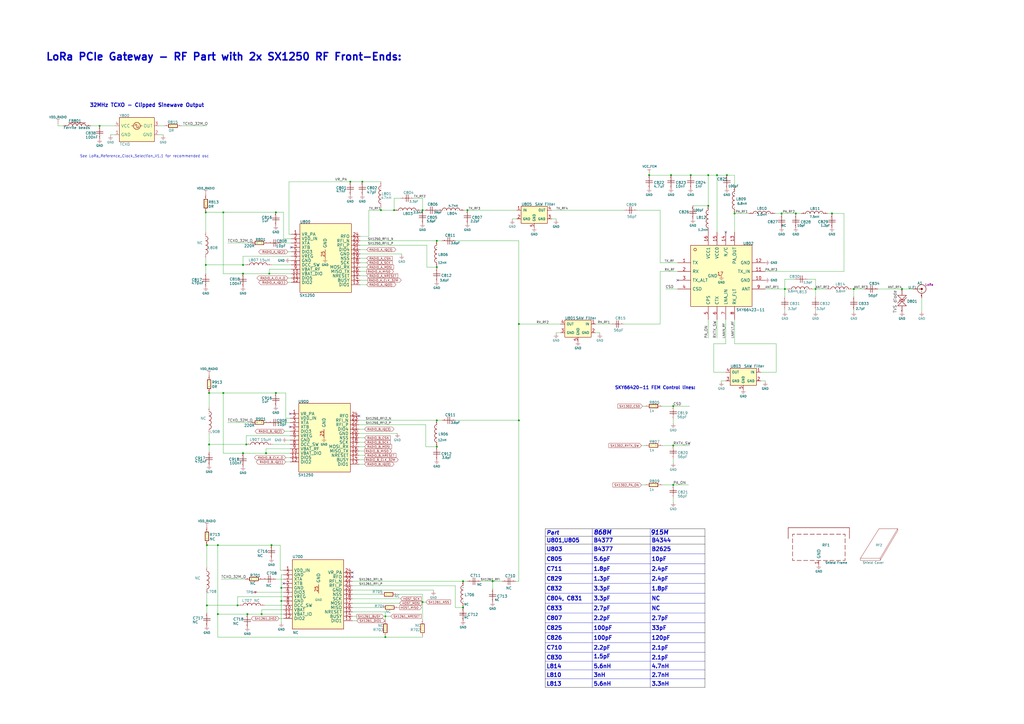
<source format=kicad_sch>
(kicad_sch (version 20230121) (generator eeschema)
  (paper "A2")
  (title_block (title "LoRa PCIe Gateway Rf Part") (date "2022-01-18") (rev "1.2") (company "Nebra Ltd") (comment 1 "RF Front End Schematic Part"))
  (junction (at 253.365 259.08))
  (junction (at 268.605 337.185))
  (junction (at 137.795 351.155))
  (junction (at 121.285 227.965))
  (junction (at 163.195 340.995))
  (junction (at 253.365 154.94))
  (junction (at 156.21 158.75))
  (junction (at 473.075 167.64))
  (junction (at 421.64 101.6))
  (junction (at 142.875 257.81))
  (junction (at 140.97 153.67))
  (junction (at 223.52 369.57))
  (junction (at 163.195 348.615))
  (junction (at 143.51 356.235))
  (junction (at 126.365 316.23))
  (junction (at 389.255 101.6))
  (junction (at 154.305 262.89))
  (junction (at 57.785 73.025))
  (junction (at 271.145 121.92))
  (junction (at 253.365 139.7))
  (junction (at 253.365 243.84))
  (junction (at 390.525 235.585))
  (junction (at 482.6 123.825))
  (junction (at 140.97 262.89))
  (junction (at 203.2 105.41))
  (junction (at 160.02 123.19))
  (junction (at 157.48 316.23))
  (junction (at 268.605 352.425))
  (junction (at 400.685 101.6))
  (junction (at 140.97 158.75))
  (junction (at 220.98 121.92))
  (junction (at 129.54 227.965))
  (junction (at 410.845 119.38))
  (junction (at 415.925 101.6))
  (junction (at 300.99 243.84))
  (junction (at 210.185 105.41))
  (junction (at 376.555 101.6))
  (junction (at 390.525 281.305))
  (junction (at 121.285 257.81))
  (junction (at 245.11 121.92))
  (junction (at 455.295 167.64))
  (junction (at 160.02 227.965))
  (junction (at 410.845 101.6))
  (junction (at 119.38 153.67))
  (junction (at 119.38 123.19))
  (junction (at 523.24 167.64))
  (junction (at 285.75 337.185))
  (junction (at 120.015 351.155))
  (junction (at 223.52 357.505))
  (junction (at 245.11 349.25))
  (junction (at 228.6 121.92))
  (junction (at 453.39 123.825))
  (junction (at 426.085 123.825))
  (junction (at 461.645 123.825))
  (junction (at 120.015 316.23))
  (junction (at 151.765 356.235))
  (junction (at 129.54 123.19))
  (junction (at 126.365 356.235))
  (junction (at 390.525 258.445))
  (junction (at 300.99 187.96))
  (junction (at 495.3 167.64))
  (no_connect (at 208.28 241.3))
  (no_connect (at 164.465 338.455))
  (no_connect (at 204.47 334.645))
  (no_connect (at 168.91 143.51))
  (no_connect (at 168.275 240.03))
  (no_connect (at 421.005 134.62))
  (no_connect (at 204.47 332.105))
  (no_connect (at 168.275 247.65))
  (no_connect (at 393.065 162.56))
  (wire (pts (xy 140.97 262.89) (xy 129.54 262.89)))
  (wire (pts (xy 154.305 262.89) (xy 154.305 260.35)))
  (wire (pts (xy 300.99 337.185) (xy 299.085 337.185)))
  (wire (pts (xy 164.465 333.375) (xy 163.195 333.375)))
  (polyline (pts (xy 316.23 393.7) (xy 408.94 393.7)))
  (wire (pts (xy 208.915 165.1) (xy 212.725 165.1)))
  (polyline (pts (xy 343.535 306.705) (xy 343.535 398.78)))
  (wire (pts (xy 129.54 158.75) (xy 129.54 123.19)))
  (wire (pts (xy 384.175 281.305) (xy 390.525 281.305)))
  (wire (pts (xy 299.72 127) (xy 297.18 127)))
  (wire (pts (xy 347.98 193.04) (xy 347.98 193.675)))
  (wire (pts (xy 415.925 134.62) (xy 415.925 101.6)))
  (wire (pts (xy 151.765 353.695) (xy 151.765 356.235)))
  (wire (pts (xy 162.56 316.23) (xy 157.48 316.23)))
  (wire (pts (xy 208.915 147.32) (xy 233.045 147.32)))
  (wire (pts (xy 208.28 243.84) (xy 253.365 243.84)))
  (wire (pts (xy 529.59 167.64) (xy 523.24 167.64)))
  (wire (pts (xy 165.735 242.57) (xy 165.735 227.965)))
  (wire (pts (xy 167.005 163.83) (xy 168.91 163.83)))
  (wire (pts (xy 247.015 349.25) (xy 245.11 349.25)))
  (wire (pts (xy 119.38 153.67) (xy 119.38 158.75)))
  (wire (pts (xy 120.015 316.23) (xy 126.365 316.23)))
  (polyline (pts (xy 316.23 327.025) (xy 408.94 327.025)))
  (wire (pts (xy 208.915 144.78) (xy 212.725 144.78)))
  (wire (pts (xy 231.775 352.425) (xy 231.14 352.425)))
  (wire (pts (xy 164.465 348.615) (xy 163.195 348.615)))
  (wire (pts (xy 165.735 265.43) (xy 168.275 265.43)))
  (wire (pts (xy 167.64 105.41) (xy 167.64 135.89)))
  (wire (pts (xy 33.655 73.025) (xy 33.655 71.755)))
  (wire (pts (xy 300.99 139.7) (xy 300.99 187.96)))
  (wire (pts (xy 223.52 357.505) (xy 223.52 359.41)))
  (wire (pts (xy 245.11 369.57) (xy 223.52 369.57)))
  (polyline (pts (xy 316.23 315.595) (xy 408.94 315.595)) (stroke (width 0) (color 0 0 0 1)))
  (wire (pts (xy 320.04 127) (xy 322.58 127)))
  (wire (pts (xy 164.465 123.19) (xy 160.02 123.19)))
  (wire (pts (xy 382.905 121.92) (xy 382.905 152.4)))
  (wire (pts (xy 142.875 252.73) (xy 142.875 257.81)))
  (wire (pts (xy 168.91 161.29) (xy 167.005 161.29)))
  (wire (pts (xy 137.795 346.075) (xy 137.795 351.155)))
  (polyline (pts (xy 316.23 311.15) (xy 408.94 311.15)) (stroke (width 0) (type solid) (color 0 0 0 1)))
  (wire (pts (xy 382.905 157.48) (xy 382.905 187.96)))
  (wire (pts (xy 414.02 199.39) (xy 414.02 215.9)))
  (wire (pts (xy 322.58 127) (xy 322.58 127.635)))
  (wire (pts (xy 213.995 137.16) (xy 208.915 137.16)))
  (wire (pts (xy 232.41 114.935) (xy 228.6 114.935)))
  (polyline (pts (xy 316.23 349.885) (xy 408.94 349.885)))
  (wire (pts (xy 382.905 152.4) (xy 393.065 152.4)))
  (wire (pts (xy 153.67 351.155) (xy 164.465 351.155)))
  (wire (pts (xy 163.195 245.11) (xy 168.275 245.11)))
  (wire (pts (xy 164.465 358.775) (xy 161.925 358.775)))
  (wire (pts (xy 204.47 342.265) (xy 251.46 342.265)))
  (wire (pts (xy 208.28 251.46) (xy 230.505 251.46)))
  (wire (pts (xy 164.465 330.835) (xy 162.56 330.835)))
  (wire (pts (xy 36.83 73.025) (xy 33.655 73.025)))
  (wire (pts (xy 390.525 281.305) (xy 399.415 281.305)))
  (wire (pts (xy 129.54 123.19) (xy 160.02 123.19)))
  (wire (pts (xy 245.11 344.805) (xy 245.11 349.25)))
  (wire (pts (xy 471.805 167.64) (xy 473.075 167.64)))
  (wire (pts (xy 426.085 185.42) (xy 426.085 199.39)))
  (wire (pts (xy 325.12 187.96) (xy 300.99 187.96)))
  (polyline (pts (xy 316.23 372.745) (xy 408.94 372.745)))
  (wire (pts (xy 168.91 148.59) (xy 140.97 148.59)))
  (wire (pts (xy 208.915 142.24) (xy 247.65 142.24)))
  (wire (pts (xy 247.65 142.24) (xy 247.65 154.94)))
  (wire (pts (xy 372.11 281.305) (xy 374.015 281.305)))
  (wire (pts (xy 126.365 356.235) (xy 126.365 316.23)))
  (wire (pts (xy 426.085 101.6) (xy 426.085 108.585)))
  (wire (pts (xy 453.39 123.825) (xy 461.645 123.825)))
  (wire (pts (xy 129.54 227.965) (xy 160.02 227.965)))
  (wire (pts (xy 226.695 357.505) (xy 223.52 357.505)))
  (wire (pts (xy 208.915 160.02) (xy 212.725 160.02)))
  (wire (pts (xy 165.735 227.965) (xy 160.02 227.965)))
  (polyline (pts (xy 408.94 306.705) (xy 408.94 398.78)) (stroke (width 0) (type solid) (color 0 0 0 1)))
  (wire (pts (xy 450.215 199.39) (xy 450.215 215.9)))
  (wire (pts (xy 121.285 257.81) (xy 121.285 262.255)))
  (wire (pts (xy 384.175 235.585) (xy 390.525 235.585)))
  (wire (pts (xy 390.525 258.445) (xy 400.05 258.445)))
  (wire (pts (xy 164.465 138.43) (xy 164.465 123.19)))
  (wire (pts (xy 220.98 352.425) (xy 204.47 352.425)))
  (wire (pts (xy 208.915 149.86) (xy 212.725 149.86)))
  (wire (pts (xy 223.52 369.57) (xy 126.365 369.57)))
  (wire (pts (xy 455.295 179.705) (xy 455.295 180.975)))
  (wire (pts (xy 410.845 119.38) (xy 410.845 101.6)))
  (wire (pts (xy 453.39 124.46) (xy 453.39 123.825)))
  (wire (pts (xy 285.75 337.185) (xy 291.465 337.185)))
  (wire (pts (xy 455.295 172.085) (xy 455.295 167.64)))
  (wire (pts (xy 285.75 341.63) (xy 285.75 337.185)))
  (wire (pts (xy 228.6 121.92) (xy 220.98 121.92)))
  (wire (pts (xy 156.21 156.21) (xy 168.91 156.21)))
  (wire (pts (xy 220.98 121.92) (xy 213.995 121.92)))
  (polyline (pts (xy 316.23 321.31) (xy 408.94 321.31)))
  (wire (pts (xy 119.38 123.19) (xy 129.54 123.19)))
  (wire (pts (xy 230.505 344.805) (xy 245.11 344.805)))
  (wire (pts (xy 164.465 343.535) (xy 149.225 343.535)))
  (wire (pts (xy 390.525 288.925) (xy 390.525 291.465)))
  (polyline (pts (xy 316.23 383.54) (xy 408.94 383.54)))
  (wire (pts (xy 211.455 266.7) (xy 208.28 266.7)))
  (wire (pts (xy 468.63 161.925) (xy 473.075 161.925)))
  (wire (pts (xy 121.285 227.965) (xy 129.54 227.965)))
  (wire (pts (xy 120.015 316.23) (xy 120.015 328.93)))
  (wire (pts (xy 300.99 187.96) (xy 300.99 243.84)))
  (wire (pts (xy 211.455 248.92) (xy 208.28 248.92)))
  (wire (pts (xy 92.075 78.105) (xy 94.615 78.105)))
  (wire (pts (xy 120.015 351.155) (xy 120.015 355.6)))
  (wire (pts (xy 168.275 242.57) (xy 165.735 242.57)))
  (wire (pts (xy 57.785 73.025) (xy 66.675 73.025)))
  (wire (pts (xy 204.47 349.885) (xy 231.775 349.885)))
  (wire (pts (xy 374.015 235.585) (xy 372.745 235.585)))
  (wire (pts (xy 271.145 121.92) (xy 299.72 121.92)))
  (wire (pts (xy 233.045 147.32) (xy 233.045 147.955)))
  (wire (pts (xy 256.54 139.7) (xy 253.365 139.7)))
  (wire (pts (xy 151.765 356.235) (xy 143.51 356.235)))
  (wire (pts (xy 164.465 353.695) (xy 151.765 353.695)))
  (wire (pts (xy 473.075 179.705) (xy 473.075 180.975)))
  (wire (pts (xy 243.84 121.92) (xy 245.11 121.92)))
  (wire (pts (xy 322.58 193.04) (xy 322.58 193.675)))
  (wire (pts (xy 386.08 167.64) (xy 393.065 167.64)))
  (wire (pts (xy 168.91 158.75) (xy 156.21 158.75)))
  (wire (pts (xy 268.605 337.185) (xy 271.145 337.185)))
  (wire (pts (xy 247.015 259.08) (xy 253.365 259.08)))
  (wire (pts (xy 94.615 78.105) (xy 94.615 78.74)))
  (wire (pts (xy 264.16 352.425) (xy 268.605 352.425)))
  (wire (pts (xy 208.915 152.4) (xy 212.725 152.4)))
  (wire (pts (xy 119.38 123.19) (xy 119.38 134.62)))
  (wire (pts (xy 220.345 344.805) (xy 204.47 344.805)))
  (polyline (pts (xy 316.23 306.705) (xy 408.94 306.705)) (stroke (width 0) (type solid) (color 0 0 0 1)))
  (wire (pts (xy 393.065 157.48) (xy 382.905 157.48)))
  (wire (pts (xy 164.465 138.43) (xy 168.91 138.43)))
  (wire (pts (xy 376.555 101.6) (xy 389.255 101.6)))
  (wire (pts (xy 443.865 220.98) (xy 443.865 221.615)))
  (wire (pts (xy 156.21 158.75) (xy 140.97 158.75)))
  (wire (pts (xy 204.47 339.725) (xy 264.16 339.725)))
  (wire (pts (xy 211.455 259.08) (xy 208.28 259.08)))
  (wire (pts (xy 145.415 140.97) (xy 132.08 140.97)))
  (wire (pts (xy 410.845 101.6) (xy 415.925 101.6)))
  (wire (pts (xy 482.6 123.825) (xy 482.6 124.46)))
  (wire (pts (xy 164.465 335.915) (xy 160.02 335.915)))
  (wire (pts (xy 129.54 262.89) (xy 129.54 227.965)))
  (wire (pts (xy 269.24 121.92) (xy 271.145 121.92)))
  (wire (pts (xy 168.91 140.97) (xy 163.195 140.97)))
  (wire (pts (xy 158.115 257.81) (xy 168.275 257.81)))
  (wire (pts (xy 66.675 78.105) (xy 64.135 78.105)))
  (wire (pts (xy 414.02 199.39) (xy 421.005 199.39)))
  (wire (pts (xy 382.905 187.96) (xy 361.95 187.96)))
  (wire (pts (xy 142.24 153.67) (xy 140.97 153.67)))
  (wire (pts (xy 163.195 348.615) (xy 163.195 361.315)))
  (polyline (pts (xy 316.23 398.78) (xy 408.94 398.78)) (stroke (width 0) (type solid) (color 0 0 0 1)))
  (wire (pts (xy 461.645 124.46) (xy 461.645 123.825)))
  (wire (pts (xy 390.525 243.205) (xy 390.525 245.745)))
  (wire (pts (xy 164.465 346.075) (xy 137.795 346.075)))
  (wire (pts (xy 449.58 123.825) (xy 453.39 123.825)))
  (wire (pts (xy 203.2 105.41) (xy 167.64 105.41)))
  (wire (pts (xy 163.195 333.375) (xy 163.195 340.995)))
  (wire (pts (xy 240.03 114.935) (xy 245.11 114.935)))
  (wire (pts (xy 426.085 199.39) (xy 450.215 199.39)))
  (wire (pts (xy 207.01 357.505) (xy 204.47 357.505)))
  (wire (pts (xy 421.005 215.9) (xy 414.02 215.9)))
  (wire (pts (xy 138.43 351.155) (xy 137.795 351.155)))
  (wire (pts (xy 211.455 256.54) (xy 208.28 256.54)))
  (wire (pts (xy 489.585 157.48) (xy 489.585 123.825)))
  (wire (pts (xy 162.56 330.835) (xy 162.56 316.23)))
  (wire (pts (xy 534.67 172.72) (xy 534.67 180.975)))
  (wire (pts (xy 121.285 257.81) (xy 142.875 257.81)))
  (wire (pts (xy 210.185 105.41) (xy 203.2 105.41)))
  (wire (pts (xy 443.865 167.64) (xy 455.295 167.64)))
  (wire (pts (xy 247.65 154.94) (xy 253.365 154.94)))
  (wire (pts (xy 211.455 264.16) (xy 208.28 264.16)))
  (wire (pts (xy 421.005 185.42) (xy 421.005 199.39)))
  (polyline (pts (xy 316.23 367.03) (xy 408.94 367.03)))
  (wire (pts (xy 208.28 246.38) (xy 247.015 246.38)))
  (wire (pts (xy 211.455 254) (xy 208.28 254)))
  (wire (pts (xy 354.33 187.96) (xy 345.44 187.96)))
  (wire (pts (xy 494.665 167.64) (xy 495.3 167.64)))
  (wire (pts (xy 204.47 347.345) (xy 232.41 347.345)))
  (wire (pts (xy 278.765 337.185) (xy 285.75 337.185)))
  (wire (pts (xy 415.925 101.6) (xy 421.64 101.6)))
  (wire (pts (xy 245.11 349.25) (xy 245.11 359.41)))
  (wire (pts (xy 119.38 153.67) (xy 140.97 153.67)))
  (wire (pts (xy 220.98 105.41) (xy 210.185 105.41)))
  (wire (pts (xy 165.735 267.97) (xy 168.275 267.97)))
  (wire (pts (xy 264.16 339.725) (xy 264.16 352.425)))
  (wire (pts (xy 64.135 78.105) (xy 64.135 78.74)))
  (wire (pts (xy 434.34 123.825) (xy 426.085 123.825)))
  (wire (pts (xy 443.865 157.48) (xy 489.585 157.48)))
  (wire (pts (xy 163.195 340.995) (xy 163.195 348.615)))
  (wire (pts (xy 421.64 101.6) (xy 426.085 101.6)))
  (polyline (pts (xy 316.23 306.705) (xy 316.23 398.78)) (stroke (width 0) (type solid) (color 0 0 0 1)))
  (wire (pts (xy 142.24 335.915) (xy 128.27 335.915)))
  (polyline (pts (xy 316.23 388.62) (xy 408.94 388.62)))
  (wire (pts (xy 441.325 220.98) (xy 443.865 220.98)))
  (wire (pts (xy 325.12 193.04) (xy 322.58 193.04)))
  (wire (pts (xy 389.255 101.6) (xy 400.685 101.6)))
  (wire (pts (xy 156.21 158.75) (xy 156.21 156.21)))
  (wire (pts (xy 482.6 123.825) (xy 480.06 123.825)))
  (wire (pts (xy 320.04 121.92) (xy 361.95 121.92)))
  (wire (pts (xy 523.24 167.64) (xy 509.27 167.64)))
  (polyline (pts (xy 316.23 344.17) (xy 408.94 344.17)))
  (wire (pts (xy 92.075 73.025) (xy 95.25 73.025)))
  (wire (pts (xy 207.01 360.045) (xy 204.47 360.045)))
  (polyline (pts (xy 377.19 306.705) (xy 377.19 398.78)))
  (wire (pts (xy 228.6 114.935) (xy 228.6 121.92)))
  (wire (pts (xy 145.415 245.11) (xy 132.08 245.11)))
  (wire (pts (xy 126.365 316.23) (xy 157.48 316.23)))
  (wire (pts (xy 390.525 235.585) (xy 400.05 235.585)))
  (wire (pts (xy 157.48 153.67) (xy 168.91 153.67)))
  (wire (pts (xy 473.075 167.64) (xy 479.425 167.64)))
  (wire (pts (xy 164.465 340.995) (xy 163.195 340.995)))
  (wire (pts (xy 390.525 266.065) (xy 390.525 268.605)))
  (wire (pts (xy 168.275 151.13) (xy 168.91 151.13)))
  (wire (pts (xy 264.16 243.84) (xy 300.99 243.84)))
  (wire (pts (xy 120.015 351.155) (xy 137.795 351.155)))
  (polyline (pts (xy 316.23 355.6) (xy 408.94 355.6)))
  (polyline (pts (xy 316.23 332.74) (xy 408.94 332.74)))
  (wire (pts (xy 384.175 258.445) (xy 390.525 258.445)))
  (polyline (pts (xy 316.23 338.455) (xy 408.94 338.455)))
  (wire (pts (xy 264.16 139.7) (xy 300.99 139.7)))
  (wire (pts (xy 473.075 161.925) (xy 473.075 167.64)))
  (wire (pts (xy 473.075 172.085) (xy 473.075 167.64)))
  (wire (pts (xy 441.325 215.9) (xy 450.215 215.9)))
  (wire (pts (xy 418.465 220.98) (xy 418.465 221.615)))
  (wire (pts (xy 165.1 250.19) (xy 168.275 250.19)))
  (wire (pts (xy 415.925 196.215) (xy 415.925 185.42)))
  (wire (pts (xy 208.915 154.94) (xy 212.725 154.94)))
  (wire (pts (xy 245.11 114.935) (xy 245.11 121.92)))
  (wire (pts (xy 223.52 354.965) (xy 223.52 357.505)))
  (wire (pts (xy 140.97 158.75) (xy 129.54 158.75)))
  (wire (pts (xy 211.455 269.24) (xy 208.28 269.24)))
  (wire (pts (xy 208.915 162.56) (xy 213.36 162.56)))
  (wire (pts (xy 461.645 123.825) (xy 464.82 123.825)))
  (wire (pts (xy 105.41 73.025) (xy 120.015 73.025)))
  (wire (pts (xy 121.285 251.46) (xy 121.285 257.81)))
  (wire (pts (xy 345.44 193.04) (xy 347.98 193.04)))
  (wire (pts (xy 372.11 258.445) (xy 374.015 258.445)))
  (wire (pts (xy 168.275 262.89) (xy 154.305 262.89)))
  (wire (pts (xy 376.555 100.965) (xy 376.555 101.6)))
  (wire (pts (xy 245.11 121.92) (xy 246.38 121.92)))
  (wire (pts (xy 426.085 123.825) (xy 426.085 134.62)))
  (wire (pts (xy 154.305 262.89) (xy 140.97 262.89)))
  (wire (pts (xy 211.455 261.62) (xy 208.28 261.62)))
  (wire (pts (xy 143.51 356.235) (xy 126.365 356.235)))
  (wire (pts (xy 119.38 153.67) (xy 119.38 149.86)))
  (wire (pts (xy 421.005 220.98) (xy 418.465 220.98)))
  (wire (pts (xy 400.685 101.6) (xy 410.845 101.6)))
  (wire (pts (xy 369.57 121.92) (xy 382.905 121.92)))
  (wire (pts (xy 208.915 157.48) (xy 212.725 157.48)))
  (wire (pts (xy 167.005 146.05) (xy 168.91 146.05)))
  (wire (pts (xy 253.365 243.84) (xy 256.54 243.84)))
  (wire (pts (xy 495.3 172.085) (xy 495.3 167.64)))
  (wire (pts (xy 253.365 139.7) (xy 208.915 139.7)))
  (wire (pts (xy 121.285 227.965) (xy 121.285 236.22)))
  (wire (pts (xy 140.97 148.59) (xy 140.97 153.67)))
  (wire (pts (xy 489.585 123.825) (xy 482.6 123.825)))
  (wire (pts (xy 297.18 127) (xy 297.18 127.635)))
  (wire (pts (xy 126.365 369.57) (xy 126.365 356.235)))
  (polyline (pts (xy 316.23 378.46) (xy 408.94 378.46)))
  (wire (pts (xy 220.98 120.65) (xy 220.98 121.92)))
  (wire (pts (xy 253.365 155.575) (xy 253.365 154.94)))
  (wire (pts (xy 455.295 161.925) (xy 461.01 161.925)))
  (wire (pts (xy 213.995 121.92) (xy 213.995 137.16)))
  (wire (pts (xy 455.295 161.925) (xy 455.295 167.64)))
  (wire (pts (xy 401.955 119.38) (xy 410.845 119.38)))
  (wire (pts (xy 168.275 252.73) (xy 142.875 252.73)))
  (wire (pts (xy 410.845 196.215) (xy 410.845 185.42)))
  (wire (pts (xy 495.3 167.64) (xy 501.65 167.64)))
  (wire (pts (xy 166.37 255.27) (xy 168.275 255.27)))
  (wire (pts (xy 455.295 167.64) (xy 456.565 167.64)))
  (wire (pts (xy 251.46 342.265) (xy 251.46 342.9)))
  (wire (pts (xy 495.3 179.705) (xy 495.3 180.975)))
  (wire (pts (xy 204.47 337.185) (xy 268.605 337.185)))
  (wire (pts (xy 300.99 243.84) (xy 300.99 337.185)))
  (polyline (pts (xy 316.23 361.315) (xy 408.94 361.315)))
  (wire (pts (xy 247.015 246.38) (xy 247.015 259.08)))
  (wire (pts (xy 164.465 356.235) (xy 151.765 356.235)))
  (wire (pts (xy 52.705 73.025) (xy 57.785 73.025)))
  (wire (pts (xy 167.64 135.89) (xy 168.91 135.89)))
  (wire (pts (xy 120.015 344.17) (xy 120.015 351.155)))
  (wire (pts (xy 204.47 354.965) (xy 223.52 354.965)))
  (wire (pts (xy 154.305 260.35) (xy 168.275 260.35)))
  (text "U801,U805" (at 316.865 314.96 0) (effects (font (size 2.286 2.286) (thickness 0.4572) bold) (justify left bottom)))
  (text "3nH" (at 344.17 393.065 0) (effects (font (size 2.286 2.286) (thickness 0.4572) bold) (justify left bottom)))
  (text "3.3pF" (at 344.17 342.9 0) (effects (font (size 2.286 2.286) (thickness 0.4572) bold) (justify left bottom)))
  (text "B4377" (at 344.17 314.96 0) (effects (font (size 2.286 2.286) (thickness 0.4572) bold) (justify left bottom)))
  (text "L813" (at 316.865 398.145 0) (effects (font (size 2.286 2.286) (thickness 0.4572) bold) (justify left bottom)))
  (text "10pF" (at 377.825 325.755 0) (effects (font (size 2.286 2.286) (thickness 0.4572) bold) (justify left bottom)))
  (text "U803" (at 316.865 320.04 0) (effects (font (size 2.286 2.286) (thickness 0.4572) bold) (justify left bottom)))
  (text "B4344" (at 377.825 314.96 0) (effects (font (size 2.286 2.286) (thickness 0.4572) bold) (justify left bottom)))
  (text "C833" (at 316.865 354.33 0) (effects (font (size 2.286 2.286) (thickness 0.4572) bold) (justify left bottom)))
  (text "1.5pF" (at 344.17 382.27 0) (effects (font (size 2.286 2.286) (thickness 0.4572) bold) (justify left bottom)))
  (text "2.2pF" (at 344.17 377.19 0) (effects (font (size 2.286 2.286) (thickness 0.4572) bold) (justify left bottom)))
  (text "100pF" (at 344.17 371.475 0) (effects (font (size 2.286 2.286) (thickness 0.4572) bold) (justify left bottom)))
  (text "LoRa PCIe Gateway - RF Part with 2x SX1250 RF Front-Ends:" (at 26.416 35.56 0) (effects (font (size 4.2672 4.2672) (thickness 0.8534) bold) (justify left bottom)))
  (text "C804, C831" (at 316.865 348.615 0) (effects (font (size 2.286 2.286) (thickness 0.4572) bold) (justify left bottom)))
  (text "5.6nH" (at 344.17 387.985 0) (effects (font (size 2.286 2.286) (thickness 0.4572) bold) (justify left bottom)))
  (text "2.4pF" (at 377.825 331.47 0) (effects (font (size 2.286 2.286) (thickness 0.4572) bold) (justify left bottom)))
  (text "2.2pF" (at 344.17 360.045 0) (effects (font (size 2.286 2.286) (thickness 0.4572) bold) (justify left bottom)))
  (text "2.1pF" (at 377.825 377.19 0) (effects (font (size 2.286 2.286) (thickness 0.4572) bold) (justify left bottom)))
  (text "2.1pF" (at 377.825 382.905 0) (effects (font (size 2.286 2.286) (thickness 0.4572) bold) (justify left bottom)))
  (text "33pF" (at 377.825 365.76 0) (effects (font (size 2.286 2.286) (thickness 0.4572) bold) (justify left bottom)))
  (text "2.7nH" (at 377.825 393.065 0) (effects (font (size 2.286 2.286) (thickness 0.4572) bold) (justify left bottom)))
  (text "C826" (at 316.865 371.475 0) (effects (font (size 2.286 2.286) (thickness 0.4572) bold) (justify left bottom)))
  (text "100pF" (at 344.17 365.76 0) (effects (font (size 2.286 2.286) (thickness 0.4572) bold) (justify left bottom)))
  (text "868M" (at 344.17 310.515 0) (effects (font (size 2.54 2.54) (thickness 0.508) bold italic) (justify left bottom)))
  (text "C805" (at 316.865 325.755 0) (effects (font (size 2.286 2.286) (thickness 0.4572) bold) (justify left bottom)))
  (text "2.7pF" (at 377.825 360.045 0) (effects (font (size 2.286 2.286) (thickness 0.4572) bold) (justify left bottom)))
  (text "4.7nH" (at 377.825 387.985 0) (effects (font (size 2.286 2.286) (thickness 0.4572) bold) (justify left bottom)))
  (text "C710" (at 316.865 377.19 0) (effects (font (size 2.286 2.286) (thickness 0.4572) bold) (justify left bottom)))
  (text "120pF" (at 377.825 371.475 0) (effects (font (size 2.286 2.286) (thickness 0.4572) bold) (justify left bottom)))
  (text "Part" (at 316.865 310.515 0) (effects (font (size 2.286 2.286) (thickness 0.4572) bold italic) (justify left bottom)))
  (text "3.3pF" (at 344.17 348.615 0) (effects (font (size 2.286 2.286) (thickness 0.4572) bold) (justify left bottom)))
  (text "B2625" (at 377.825 320.04 0) (effects (font (size 2.286 2.286) (thickness 0.4572) bold) (justify left bottom)))
  (text "3.3nH" (at 377.825 398.145 0) (effects (font (size 2.286 2.286) (thickness 0.4572) bold) (justify left bottom)))
  (text "C832" (at 316.865 342.9 0) (effects (font (size 2.286 2.286) (thickness 0.4572) bold) (justify left bottom)))
  (text "1.8pF" (at 344.17 331.47 0) (effects (font (size 2.286 2.286) (thickness 0.4572) bold) (justify left bottom)))
  (text "L810" (at 316.865 393.065 0) (effects (font (size 2.286 2.286) (thickness 0.4572) bold) (justify left bottom)))
  (text "2.4pF" (at 377.825 337.185 0) (effects (font (size 2.286 2.286) (thickness 0.4572) bold) (justify left bottom)))
  (text "32MHz TCXO - Clipped Sinewave Output" (at 51.943 62.357 0) (effects (font (size 2.1336 2.1336) (thickness 0.4267) bold) (justify left bottom)))
  (text "NC" (at 377.825 354.33 0) (effects (font (size 2.286 2.286) (thickness 0.4572) bold) (justify left bottom)))
  (text "5.6pF" (at 344.17 325.755 0) (effects (font (size 2.286 2.286) (thickness 0.4572) bold) (justify left bottom)))
  (text "B4377" (at 344.17 320.04 0) (effects (font (size 2.286 2.286) (thickness 0.4572) bold) (justify left bottom)))
  (text "2.7pF" (at 344.17 354.33 0) (effects (font (size 2.286 2.286) (thickness 0.4572) bold) (justify left bottom)))
  (text "See LoRa_Reference_Clock_Selection_V1.1 for recommended osc" (at 46.355 91.567 0) (effects (font (size 1.524 1.524)) (justify left bottom)))
  (text "5.6nH" (at 344.17 398.145 0) (effects (font (size 2.286 2.286) (thickness 0.4572) bold) (justify left bottom)))
  (text "C830" (at 316.865 382.905 0) (effects (font (size 2.286 2.286) (thickness 0.4572) bold) (justify left bottom)))
  (text "C825" (at 316.865 365.76 0) (effects (font (size 2.286 2.286) (thickness 0.4572) bold) (justify left bottom)))
  (text "SKY66420-11 FEM Control lines:" (at 356.616 226.06 0) (effects (font (size 1.8288 1.8288) (thickness 0.3658) bold) (justify left bottom)))
  (text "C829" (at 316.865 337.185 0) (effects (font (size 2.286 2.286) (thickness 0.4572) bold) (justify left bottom)))
  (text "1.3pF" (at 344.17 337.185 0) (effects (font (size 2.286 2.286) (thickness 0.4572) bold) (justify left bottom)))
  (text "C711" (at 316.865 331.47 0) (effects (font (size 2.286 2.286) (thickness 0.4572) bold) (justify left bottom)))
  (text "NC" (at 377.825 348.615 0) (effects (font (size 2.286 2.286) (thickness 0.4572) bold) (justify left bottom)))
  (text "C807" (at 316.865 360.045 0) (effects (font (size 2.286 2.286) (thickness 0.4572) bold) (justify left bottom)))
  (text "915M" (at 377.19 310.515 0) (effects (font (size 2.54 2.54) (thickness 0.508) bold italic) (justify left bottom)))
  (text "1.8pF" (at 377.825 342.9 0) (effects (font (size 2.286 2.286) (thickness 0.4572) bold) (justify left bottom)))
  (text "L814" (at 316.865 387.985 0) (effects (font (size 2.286 2.286) (thickness 0.4572) bold) (justify left bottom)))
  (label "RX_RF" (at 385.445 157.48 0))
  (label "TX_RF1" (at 213.995 121.92 0))
  (label "CSD" (at 386.08 167.64 0) (effects (font (size 1.524 1.524))))
  (label "TCXO_32M_O" (at 128.27 335.915 0) (effects (font (size 1.524 1.524))))
  (label "PA_RF2" (at 454.025 123.825 0))
  (label "TCXO_32M_O" (at 132.08 245.11 0) (effects (font (size 1.524 1.524))))
  (label "PA_RF1" (at 426.72 123.825 0))
  (label "RX_RF2" (at 311.15 187.96 0))
  (label "LNAIN_RF" (at 421.005 196.215 90))
  (label "RXTX_SW" (at 390.525 258.445 0) (effects (font (size 1.524 1.524))))
  (label "PA_RF3" (at 443.865 157.48 0))
  (label "SX1261_RFI" (at 278.765 337.185 0))
  (label "SX1261_RFI_P" (at 208.28 339.725 0))
  (label "LNAFLT_RF" (at 426.085 196.215 90))
  (label "TX_RF2" (at 240.03 114.935 0))
  (label "SX1250_RFI1_P" (at 213.36 142.24 0))
  (label "ANT_RF3" (at 495.3 167.64 0))
  (label "TX_RF" (at 385.445 152.4 0))
  (label "TCXO_32M_O" (at 132.08 140.97 0) (effects (font (size 1.524 1.524))))
  (label "VR_PA" (at 194.31 105.41 0) (effects (font (size 1.524 1.524))))
  (label "CSD" (at 390.525 235.585 0) (effects (font (size 1.524 1.524))))
  (label "TX_RF3" (at 271.78 121.92 0))
  (label "ANT_RF2" (at 473.075 167.64 0))
  (label "TCXO_32M_O" (at 106.045 73.025 0) (effects (font (size 1.524 1.524))))
  (label "TVS diode" (at 520.7 181.61 90) (effects (font (size 1.778 1.778))))
  (label "RX_RF1" (at 346.71 187.96 0))
  (label "SX1250_RFI2_P" (at 212.09 246.38 0))
  (label "SX1261_RFI_N" (at 208.28 337.185 0))
  (label "ANT_RF4" (at 514.985 167.64 0))
  (label "SX1250_RFI1_N" (at 213.36 139.7 0))
  (label "ANT_RF1" (at 443.865 167.64 0))
  (label "TX_RF4" (at 322.58 121.92 0))
  (label "PA_ON" (at 390.525 281.305 0) (effects (font (size 1.524 1.524))))
  (label "SX1250_RFI2_N" (at 212.09 243.84 0))
  (label "PA_ON" (at 410.845 196.215 90) (effects (font (size 1.524 1.524))))
  (label "RXTX_SW" (at 415.925 196.215 90) (effects (font (size 1.524 1.524))))
  (global_label "RADIO_A_IQ(3)" (shape bidirectional) (at 212.725 144.78 0) (property "Intersheetrefs" "${INTERSHEET_REFS}" (effects hide)))
  (global_label "RADIO_B_CLK_32M" (shape output) (at 211.455 266.7 0) (property "Intersheetrefs" "${INTERSHEET_REFS}" (effects hide)))
  (global_label "RADIO_B_IQ(2)" (shape bidirectional) (at 165.1 250.19 180) (property "Intersheetrefs" "${INTERSHEET_REFS}" (effects hide)))
  (global_label "SX1261_NSS" (shape input) (at 247.015 349.25 0) (property "Intersheetrefs" "${INTERSHEET_REFS}" (effects hide)))
  (global_label "RADIO_B_CSN" (shape input) (at 211.455 254 0) (property "Intersheetrefs" "${INTERSHEET_REFS}" (effects hide)))
  (global_label "RADIO_A_CLK_O" (shape bidirectional) (at 167.005 161.29 180) (property "Intersheetrefs" "${INTERSHEET_REFS}" (effects hide)))
  (global_label "RADIO_A_MOSI" (shape input) (at 212.725 154.94 0) (property "Intersheetrefs" "${INTERSHEET_REFS}" (effects hide)))
  (global_label "RADIO_A_MISO" (shape output) (at 212.725 157.48 0) (property "Intersheetrefs" "${INTERSHEET_REFS}" (effects hide)))
  (global_label "RADIO_A_IQ(0)" (shape bidirectional) (at 212.725 165.1 0) (property "Intersheetrefs" "${INTERSHEET_REFS}" (effects hide)))
  (global_label "SX1302_RXTX_SW" (shape input) (at 372.11 258.445 180) (property "Intersheetrefs" "${INTERSHEET_REFS}" (effects hide)))
  (global_label "RADIO_B_NRESET" (shape input) (at 211.455 264.16 0) (property "Intersheetrefs" "${INTERSHEET_REFS}" (effects hide)))
  (global_label "SX1261_NRESET" (shape input) (at 226.695 357.505 0) (property "Intersheetrefs" "${INTERSHEET_REFS}" (effects hide)))
  (global_label "RADIO_B_MISO" (shape output) (at 211.455 261.62 0) (property "Intersheetrefs" "${INTERSHEET_REFS}" (effects hide)))
  (global_label "SX1302_CSD" (shape input) (at 372.745 235.585 180) (property "Intersheetrefs" "${INTERSHEET_REFS}" (effects hide)))
  (global_label "RADIO_B_SCK" (shape input) (at 211.455 256.54 0) (property "Intersheetrefs" "${INTERSHEET_REFS}" (effects hide)))
  (global_label "HOST_SCK" (shape input) (at 232.41 347.345 0) (property "Intersheetrefs" "${INTERSHEET_REFS}" (effects hide)))
  (global_label "SX1261_BUSY" (shape output) (at 207.01 357.505 0) (property "Intersheetrefs" "${INTERSHEET_REFS}" (effects hide)))
  (global_label "RADIO_A_CLK_32M" (shape output) (at 213.36 162.56 0) (property "Intersheetrefs" "${INTERSHEET_REFS}" (effects hide)))
  (global_label "RADIO_A_CSN" (shape input) (at 212.725 149.86 0) (property "Intersheetrefs" "${INTERSHEET_REFS}" (effects hide)))
  (global_label "RADIO_B_IQ(1)" (shape bidirectional) (at 165.735 267.97 180) (property "Intersheetrefs" "${INTERSHEET_REFS}" (effects hide)))
  (global_label "HOST_MOSI" (shape input) (at 231.775 349.885 0) (property "Intersheetrefs" "${INTERSHEET_REFS}" (effects hide)))
  (global_label "RADIO_B_IQ(0)" (shape bidirectional) (at 211.455 269.24 0) (property "Intersheetrefs" "${INTERSHEET_REFS}" (effects hide)))
  (global_label "SX1302_PA_ON" (shape input) (at 372.11 281.305 180) (property "Intersheetrefs" "${INTERSHEET_REFS}" (effects hide)))
  (global_label "RADIO_B_MOSI" (shape input) (at 211.455 259.08 0) (property "Intersheetrefs" "${INTERSHEET_REFS}" (effects hide)))
  (global_label "RADIO_A_IQ(1)" (shape bidirectional) (at 167.005 163.83 180) (property "Intersheetrefs" "${INTERSHEET_REFS}" (effects hide)))
  (global_label "SX1261_DIO1" (shape bidirectional) (at 207.01 360.045 0) (property "Intersheetrefs" "${INTERSHEET_REFS}" (effects hide)))
  (global_label "SX1261_DIO2" (shape bidirectional) (at 161.925 358.775 180) (property "Intersheetrefs" "${INTERSHEET_REFS}" (effects hide)))
  (global_label "HOST_MISO" (shape output) (at 231.775 352.425 0) (property "Intersheetrefs" "${INTERSHEET_REFS}" (effects hide)))
  (global_label "RADIO_A_NRESET" (shape input) (at 212.725 160.02 0) (property "Intersheetrefs" "${INTERSHEET_REFS}" (effects hide)))
  (global_label "RADIO_B_IQ(3)" (shape bidirectional) (at 211.455 248.92 0) (property "Intersheetrefs" "${INTERSHEET_REFS}" (effects hide)))
  (global_label "RADIO_A_SCK" (shape input) (at 212.725 152.4 0) (property "Intersheetrefs" "${INTERSHEET_REFS}" (effects hide)))
  (global_label "RADIO_A_IQ(2)" (shape bidirectional) (at 167.005 146.05 180) (property "Intersheetrefs" "${INTERSHEET_REFS}" (effects hide)))
  (global_label "RADIO_B_CLK_O" (shape bidirectional) (at 165.735 265.43 180) (property "Intersheetrefs" "${INTERSHEET_REFS}" (effects hide)))
  (symbol (lib_id "LoRa_PCIe_GW-rescue:Cap-") (at 299.085 337.185 180) (unit 1)
    (property "Reference" "C710" (at 292.8874 334.9244 0) (effects (font (size 1.524 1.524)) (justify right top)))
    (property "Value" "NC" (at 293.497 342.011 0) (effects (font (size 1.524 1.524)) (justify right top)))
    (property "Footprint" "LoRa_PCIe_GW:ccer_201_smd_small" (effects hide))
  )
  (symbol (lib_id "LoRa_PCIe_GW-rescue:Cap-") (at 285.75 349.25 90) (unit 1)
    (property "Reference" "C713" (at 288.1884 346.7608 90) (effects (font (size 1.524 1.524)) (justify right top)))
    (property "Value" "NC" (at 288.29 347.98 90))
    (property "Footprint" "LoRa_PCIe_GW:ccer_201_smd_small" (effects hide))
  )
  (symbol (lib_id "LoRa_PCIe_GW-rescue:SAW_Filter_RF360-") (at 431.165 218.44 0) (mirror y) (unit 1)
    (property "Reference" "U803" (at 423.672 213.2838 0) (effects (font (size 1.524 1.524)) (justify right bottom)))
    (property "Value" "SAW Filter" (at 431.5714 213.2584 0) (effects (font (size 1.524 1.524)) (justify right bottom)))
    (property "Footprint" "LoRa_PCIe_GW:QCS5P_1.4x1.1mm" (effects hide))
    (property "Description" "866.5MHz Frequency Remote Control RF SAW Filter (Sound Acoustic Wave) 2.3dB 7MHz Bandwidth 5-SMD, No Lead" (effects hide))
    (property "Manufacturer" "Qualcomm & TDK" (effects hide))
    (property "Part Number" "B39871B4377P810" (effects hide))
    (property "Price[1k]" "0.92" (effects hide))
    (property "Supplier Link" "https://www.digikey.com/en/products/detail/qualcomm-rf360-a-qualcomm-tdk-joint-venture/B39871B4377P810/9562395" (effects hide))
  )
  (symbol (lib_id "LoRa_PCIe_GW-rescue:SAW_Filter_RF360-") (at 335.28 190.5 0) (mirror y) (unit 1)
    (property "Reference" "U801" (at 327.66 185.42 0) (effects (font (size 1.524 1.524)) (justify right bottom)))
    (property "Value" "SAW Filter" (at 334.01 185.42 0) (effects (font (size 1.524 1.524)) (justify right bottom)))
    (property "Footprint" "LoRa_PCIe_GW:QCS5P_1.4x1.1mm" (effects hide))
    (property "Description" "866.5MHz Frequency Remote Control RF SAW Filter (Sound Acoustic Wave) 2.3dB 7MHz Bandwidth 5-SMD, No Lead" (effects hide))
    (property "Manufacturer" "Qualcomm & TDK" (effects hide))
    (property "Part Number" "B39871B4377P810" (effects hide))
    (property "Price[1k]" "0.92" (effects hide))
    (property "Supplier Link" "https://www.digikey.com/en/products/detail/qualcomm-rf360-a-qualcomm-tdk-joint-venture/B39871B4377P810/9562395" (effects hide))
  )
  (symbol (lib_id "LoRa_PCIe_GW-rescue:SAW_Filter_RF360-") (at 309.88 124.46 0) (unit 1)
    (property "Reference" "U805" (at 302.387 119.3292 0) (effects (font (size 1.524 1.524)) (justify left bottom)))
    (property "Value" "SAW Filter" (at 310.261 119.3292 0) (effects (font (size 1.524 1.524)) (justify left bottom)))
    (property "Footprint" "LoRa_PCIe_GW:QCS5P_1.4x1.1mm" (effects hide))
    (property "Description" "866.5MHz Frequency Remote Control RF SAW Filter (Sound Acoustic Wave) 2.3dB 7MHz Bandwidth 5-SMD, No Lead" (effects hide))
    (property "Manufacturer" "Qualcomm & TDK" (effects hide))
    (property "Part Number" "B39871B4377P810" (effects hide))
    (property "Price[1k]" "0.92" (effects hide))
    (property "Supplier Link" "https://www.digikey.com/en/products/detail/qualcomm-rf360-a-qualcomm-tdk-joint-venture/B39871B4377P810/9562395" (effects hide))
  )
  (symbol (lib_id "LoRa_PCIe_GW-rescue:Cap-") (at 468.63 161.925 180) (unit 1)
    (property "Reference" "C830" (at 457.835 161.29 0) (effects (font (size 1.524 1.524)) (justify right top)))
    (property "Value" "1.5pF" (at 468.63 163.83 0))
    (property "Footprint" "LoRa_PCIe_GW:ccer_201_smd_small" (effects hide))
    (property "Description" "1.5pF ±0.05pF 50V Ceramic Capacitor C0G, NP0 0201 (0603 Metric)" (effects hide))
    (property "Manufacturer" "Murata" (effects hide))
    (property "Part Number" "GJM0335C1H1R5WB01" (effects hide))
    (property "Price[1k]" "0.026" (effects hide))
    (property "Supplier Link" "https://www.digikey.com/en/products/detail/murata-electronics/GJM0335C1H1R5WB01D/11618773" (effects hide))
  )
  (symbol (lib_id "LoRa_PCIe_GW-rescue:U.FL-") (at 529.59 167.64 0) (mirror y) (unit 1)
    (property "Reference" "A1" (at 532.13 165.1 0) (effects (font (size 1.524 1.524)) (justify right bottom)))
    (property "Value" "U.FL" (at 526.796 167.64 0) (effects (font (size 1.524 1.524)) (justify right bottom)))
    (property "Footprint" "LoRa_PCIe_GW:U.FL-R-SMT_Hirose" (effects hide))
    (property "Description" "U.FL (UMCC) Connector Receptacle, Male Pin 50Ohm Surface Mount Solder" (effects hide))
    (property "Manufacturer" "Hirose" (effects hide))
    (property "Part Number" "U.FL-R-SMT-1(80)" (effects hide))
    (property "Price[1k]" "0.65" (effects hide))
    (property "Supplier Link" "https://www.digikey.com/en/products/detail/hirose-electric-co-ltd/U-FL-R-SMT-1-80/3978495" (effects hide))
    (property "Label" "LoRa" (at 539.115 165.1 0))
  )
  (symbol (lib_id "LoRa_PCIe_GW-rescue:Resistor-") (at 120.015 306.07 270) (unit 1)
    (property "Reference" "R713" (at 121.539 311.023 90) (effects (font (size 1.524 1.524)) (justify left bottom)))
    (property "Value" "NC" (at 121.539 313.563 90) (effects (font (size 1.524 1.524)) (justify left bottom)))
    (property "Footprint" "LoRa_PCIe_GW:rlc_201_smd_small" (effects hide))
  )
  (symbol (lib_id "LoRa_PCIe_GW-rescue:Resistor-") (at 220.345 344.805 0) (unit 1)
    (property "Reference" "R705" (at 215.9 344.17 0) (effects (font (size 1.524 1.524)) (justify left bottom)))
    (property "Value" "NC" (at 228.6 346.71 0) (effects (font (size 1.524 1.524)) (justify left bottom)))
    (property "Footprint" "LoRa_PCIe_GW:rlc_201_smd_small" (effects hide))
    (property "Description" "0 Ohms Jumper 0.05W, 1/20W Chip Resistor 0201 (0603 Metric)  Thick Film" (effects hide))
    (property "Manufacturer" "Vishay Dale" (effects hide))
    (property "Part Number" "CRCW02010000Z0ED" (effects hide))
    (property "Price[1k]" "0.006" (effects hide))
    (property "Supplier Link" "https://www.digikey.com/en/products/detail/vishay-dale/CRCW02010000Z0ED/1178434?s=N4IgTCBcDaIMICU4HUAMZUEZU9QLVQFEAREAXQF8g" (effects hide))
  )
  (symbol (lib_id "LoRa_PCIe_GW-rescue:RF_Shield_Two_Pieces") (at 474.98 317.5 0) (unit 1)
    (property "Reference" "RF1" (at 476.885 317.119 0) (effects (font (size 1.524 1.524)) (justify left bottom)))
    (property "Value" "Shield Frame" (at 485.14 326.39 0))
    (property "Footprint" "LoRa_PCIe_GW:SMS-458F_Shield" (effects hide))
    (property "Datasheet" "https://leadertechinc.com/wp-content/uploads/2016/03/SMS-458-REV-A.pdf" (effects hide))
    (property "Description" "RF Shield Frame 1.070\" (27.18mm) X 1.540\" (39.12mm)  Surface Mount" (effects hide))
    (property "Manufacturer" "Leader Tech" (effects hide))
    (property "Part Number" "SMS-458F" (effects hide))
    (property "Price[1k]" "1.82" (effects hide))
    (property "Supplier Link" "https://www.digikey.com/en/products/detail/leader-tech-inc/SMS-458F/7203557" (effects hide))
  )
  (symbol (lib_id "LoRa_PCIe_GW-rescue:RClamp0531T-") (at 523.24 180.975 0) (unit 1)
    (property "Reference" "D801" (at 526.034 175.6918 0) (effects (font (size 1.524 1.524)) (justify left bottom)))
    (property "Footprint" "LoRa_PCIe_GW:SLP1006P2T" (effects hide))
    (property "Description" "TVS DIODE 4V 1005" (effects hide))
    (property "Manufacturer" "Murata" (effects hide))
    (property "Part Number" "LXES15AAA1-153" (effects hide))
    (property "Price[1k]" "0.046" (effects hide))
    (property "Supplier Link" "https://www.digikey.com/en/products/detail/murata-electronics/LXES15AAA1-153/5843762" (effects hide))
  )
  (symbol (lib_id "LoRa_PCIe_GW-rescue:test_pin-") (at 147.955 343.535 0) (unit 1)
    (property "Reference" "TP6" (at 147.066 342.646 0) (effects (font (size 1.524 1.524)) (justify right top)))
    (property "Value" "NC" (effects hide))
    (property "Footprint" "LoRa_PCIe_GW:PIN_SMD" (effects hide))
    (property "Label" "SX1261_DIO" (effects hide))
  )
  (symbol (lib_id "LoRa_PCIe_GW-rescue:Cap-") (at 271.145 129.54 90) (unit 1)
    (property "Reference" "C807" (at 273.685 127 90) (effects (font (size 1.524 1.524)) (justify right top)))
    (property "Value" "2.2pF" (at 275.59 128.27 90))
    (property "Footprint" "LoRa_PCIe_GW:ccer_201_smd_small" (effects hide))
    (property "Description" "2.2pF ±0.05pF 50V Ceramic Capacitor C0G, NP0 0201 (0603 Metric)" (effects hide))
    (property "Manufacturer" "Murata" (effects hide))
    (property "Part Number" "GJM0335C1H2R2WB01D" (effects hide))
    (property "Price[1k]" "0.026" (effects hide))
    (property "Supplier Link" "https://www.digikey.com/en/products/detail/murata-electronics/GJM0335C1H2R2WB01D/11618467" (effects hide))
  )
  (symbol (lib_id "LoRa_PCIe_GW-rescue:Inductor-") (at 254 121.92 0) (unit 1)
    (property "Reference" "L804" (at 259.334 124.714 0) (effects (font (size 1.524 1.524)) (justify left bottom)))
    (property "Value" "4.7nH" (at 262.89 119.38 0))
    (property "Footprint" "LoRa_PCIe_GW:rlc_402_smd_small" (effects hide))
    (property "Description" "4.7nH Unshielded Wirewound Inductor 750mA 70mOhm Max 0402 (1005 Metric) " (effects hide))
    (property "Manufacturer" "Murata" (effects hide))
    (property "Part Number" "LQW15AN4N7C00D" (effects hide))
    (property "Price[1k]" "0.066" (effects hide))
    (property "Supplier Link" "https://www.digikey.com/en/products/detail/murata-electronics/LQW15AN4N7C00D/584348" (effects hide))
  )
  (symbol (lib_id "LoRa_PCIe_GW-rescue:Cap-") (at 254 121.92 180) (unit 1)
    (property "Reference" "C806" (at 247.904 119.38 0) (effects (font (size 1.524 1.524)) (justify right top)))
    (property "Value" "39pF" (at 254 123.19 0))
    (property "Footprint" "LoRa_PCIe_GW:ccer_201_smd_small" (effects hide))
    (property "Description" "39pF ±1% 50V Ceramic Capacitor C0G, NP0 0201 (0603 Metric)" (effects hide))
    (property "Manufacturer" "Murata" (effects hide))
    (property "Part Number" "GRM0335C1H390FA01D" (effects hide))
    (property "Price[1k]" "0.0057" (effects hide))
    (property "Supplier Link" "https://www.digikey.com/en/products/detail/murata-electronics/GRM0335C1H390FA01D/11618461" (effects hide))
  )
  (symbol (lib_id "LoRa_PCIe_GW-rescue:Cap-") (at 240.03 114.935 180) (unit 1)
    (property "Reference" "C804" (at 233.934 112.649 0) (effects (font (size 1.524 1.524)) (justify right top)))
    (property "Value" "3.3pF" (at 240.03 116.84 0))
    (property "Footprint" "LoRa_PCIe_GW:ccer_201_smd_small" (effects hide))
    (property "Description" "3.3pF ±0.05pF 50V Ceramic Capacitor C0G, NP0 0201 (0603 Metric)" (effects hide))
    (property "Manufacturer" "Murata" (effects hide))
    (property "Part Number" "GJM0335C1H3R3WB01D" (effects hide))
    (property "Price[1k]" "0.026" (effects hide))
    (property "Supplier Link" "https://www.digikey.com/en/products/detail/murata-electronics/GJM0335C1H3R3WB01D/13401747" (effects hide))
  )
  (symbol (lib_id "LoRa_PCIe_GW-rescue:Cap-") (at 473.075 172.085 270) (unit 1)
    (property "Reference" "C832" (at 475.4626 176.9872 90) (effects (font (size 1.524 1.524)) (justify left bottom)))
    (property "Value" "3.3pF" (at 476.25 179.07 90))
    (property "Footprint" "LoRa_PCIe_GW:ccer_201_smd_small" (effects hide))
    (property "Description" "3.3pF ±0.05pF 50V Ceramic Capacitor C0G, NP0 0201 (0603 Metric)" (effects hide))
    (property "Manufacturer" "Murata" (effects hide))
    (property "Part Number" "GJM0335C1H3R3WB01D" (effects hide))
    (property "Price[1k]" "0.026" (effects hide))
    (property "Supplier Link" "https://www.digikey.com/en/products/detail/murata-electronics/GJM0335C1H3R3WB01D/13401747" (effects hide))
  )
  (symbol (lib_id "LoRa_PCIe_GW-rescue:Inductor-") (at 228.6 121.92 0) (unit 1)
    (property "Reference" "L803" (at 233.68 124.8156 0) (effects (font (size 1.524 1.524)) (justify left bottom)))
    (property "Value" "2.5nH" (at 242.57 123.19 0))
    (property "Footprint" "LoRa_PCIe_GW:rlc_402_smd_small" (effects hide))
    (property "Description" "2.5nH Unshielded Wirewound Inductor 850mA 50mOhm Max 0402 (1005 Metric) " (effects hide))
    (property "Manufacturer" "Murata" (effects hide))
    (property "Part Number" "LQW15AN2N5C00D" (effects hide))
    (property "Price[1k]" "0.066" (effects hide))
    (property "Supplier Link" "https://www.digikey.com/en/products/detail/murata-electronics/LQW15AN2N5C00D/2594887" (effects hide))
  )
  (symbol (lib_id "LoRa_PCIe_GW-rescue:Cap-") (at 245.11 129.54 90) (unit 1)
    (property "Reference" "C805" (at 247.65 127 90) (effects (font (size 1.524 1.524)) (justify right top)))
    (property "Value" "5.6pF" (at 250.19 128.27 90))
    (property "Footprint" "LoRa_PCIe_GW:ccer_201_smd_small" (effects hide))
    (property "Description" "5.6pF ±0.05pF 50V Ceramic Capacitor C0G, NP0 0201 (0603 Metric)" (effects hide))
    (property "Manufacturer" "Murata" (effects hide))
    (property "Part Number" "GRM0335C1H5R6WA01D" (effects hide))
    (property "Price[1k]" "0.005" (effects hide))
    (property "Supplier Link" "https://www.digikey.com/en/products/detail/murata-electronics/GRM0335C1H5R6WA01D/11618868" (effects hide))
  )
  (symbol (lib_id "LoRa_PCIe_GW-rescue:Inductor-") (at 220.98 120.65 90) (unit 1)
    (property "Reference" "L801" (at 221.234 113.284 90) (effects (font (size 1.524 1.524)) (justify right top)))
    (property "Value" "47nH" (at 220.98 115.57 90) (effects (font (size 1.524 1.524)) (justify right top)))
    (property "Footprint" "LoRa_PCIe_GW:rlc_402_smd_small" (effects hide))
    (property "Description" "47nH Unshielded Wirewound Inductor 210mA 1.08Ohm Max 0402 (1005 Metric) " (effects hide))
    (property "Manufacturer" "Murata" (effects hide))
    (property "Part Number" "LQW15AN47NJ00D" (effects hide))
    (property "Price[1k]" "0.063" (effects hide))
    (property "Supplier Link" "https://www.digikey.com/en/products/detail/murata-electronics/LQW15AN47NJ00D/584363" (effects hide))
  )
  (symbol (lib_id "LoRa_PCIe_GW-rescue:Cap-") (at 210.185 113.03 90) (unit 1)
    (property "Reference" "C802" (at 212.725 109.855 90) (effects (font (size 1.524 1.524)) (justify right top)))
    (property "Value" "47pF" (at 212.725 112.395 90) (effects (font (size 1.524 1.524)) (justify right top)))
    (property "Footprint" "LoRa_PCIe_GW:ccer_201_smd_small" (effects hide))
    (property "Description" "47pF ±5% 50V Ceramic Capacitor C0G, NP0 0201 (0603 Metric)" (effects hide))
    (property "Manufacturer" "Murata" (effects hide))
    (property "Part Number" "GRM0335C1H470JA01D" (effects hide))
    (property "Price[1k]" "0.0036" (effects hide))
    (property "Supplier Link" "https://www.digikey.com/en/products/detail/murata-electronics/GRM0335C1H470JA01D/2542245" (effects hide))
  )
  (symbol (lib_id "LoRa_PCIe_GW-rescue:Cap-") (at 203.2 113.03 90) (unit 1)
    (property "Reference" "C801" (at 194.945 109.855 90) (effects (font (size 1.524 1.524)) (justify right top)))
    (property "Value" "47nF" (at 194.945 111.76 90) (effects (font (size 1.524 1.524)) (justify right top)))
    (property "Footprint" "LoRa_PCIe_GW:ccer_402_smd_small" (effects hide))
    (property "Description" "0.047µF ±10% 16V Ceramic Capacitor X7R 0402 (1005 Metric)" (effects hide))
    (property "Manufacturer" "Murata" (effects hide))
    (property "Part Number" "GRM155R71C473KA01J" (effects hide))
    (property "Price[1k]" "0.012" (effects hide))
    (property "Supplier Link" "https://www.digikey.com/en/products/detail/murata-electronics/GRM155R71C473KA01J/2610901" (effects hide))
  )
  (symbol (lib_id "LoRa_PCIe_GW-rescue:Inductor-") (at 253.365 154.94 90) (unit 1)
    (property "Reference" "L806" (at 254.127 148.59 90) (effects (font (size 1.524 1.524)) (justify right top)))
    (property "Value" "12nH" (at 256.54 152.4 90))
    (property "Footprint" "LoRa_PCIe_GW:rlc_402_smd_small" (effects hide))
    (property "Description" "12nH Unshielded Wirewound Inductor 500mA 140mOhm Max 0402 (1005 Metric) " (effects hide))
    (property "Manufacturer" "Murata" (effects hide))
    (property "Part Number" "LQW15AN12NH00D" (effects hide))
    (property "Price[1k]" "0.066" (effects hide))
    (property "Supplier Link" "https://www.digikey.com/en/products/detail/murata-electronics/LQW15AN12NH00D/2594852" (effects hide))
  )
  (symbol (lib_id "LoRa_PCIe_GW-rescue:Cap-") (at 264.16 139.7 180) (unit 1)
    (property "Reference" "C811" (at 258.064 137.3886 0) (effects (font (size 1.524 1.524)) (justify right top)))
    (property "Value" "3.6pF" (at 264.16 140.97 0))
    (property "Footprint" "LoRa_PCIe_GW:ccer_201_smd_small" (effects hide))
    (property "Description" "3.6pF ±0.05pF 25V Ceramic Capacitor C0G, NP0 0201 (0603 Metric)" (effects hide))
    (property "Manufacturer" "Murata" (effects hide))
    (property "Part Number" "GJM0335C1E3R6WB01J" (effects hide))
    (property "Price[1k]" "0.022" (effects hide))
    (property "Supplier Link" "https://www.digikey.com/en/products/detail/murata-electronics/gjm0335c1e3r6wb01j/2592609" (effects hide))
  )
  (symbol (lib_id "LoRa_PCIe_GW-rescue:Cap-") (at 253.365 163.195 90) (unit 1)
    (property "Reference" "C812" (at 255.905 160.655 90) (effects (font (size 1.524 1.524)) (justify right top)))
    (property "Value" "3.6pF" (at 257.81 162.56 90))
    (property "Footprint" "LoRa_PCIe_GW:ccer_201_smd_small" (effects hide))
    (property "Description" "3.6pF ±0.05pF 25V Ceramic Capacitor C0G, NP0 0201 (0603 Metric)" (effects hide))
    (property "Manufacturer" "Murata" (effects hide))
    (property "Part Number" "GJM0335C1E3R6WB01J" (effects hide))
    (property "Price[1k]" "0.022" (effects hide))
    (property "Supplier Link" "https://www.digikey.com/en/products/detail/murata-electronics/gjm0335c1e3r6wb01j/2592609" (effects hide))
  )
  (symbol (lib_id "LoRa_PCIe_GW-rescue:Resistor-") (at 119.38 113.03 270) (unit 1)
    (property "Reference" "R813" (at 120.8278 118.0846 90) (effects (font (size 1.524 1.524)) (justify left bottom)))
    (property "Value" "0R" (at 120.8278 120.6246 90) (effects (font (size 1.524 1.524)) (justify left bottom)))
    (property "Footprint" "LoRa_PCIe_GW:rlc_402_smd_small" (effects hide))
    (property "Description" "0 Ohms Jumper 0.063W, 1/16W Chip Resistor 0402 (1005 Metric) Automotive AEC-Q200 Thick Film" (effects hide))
    (property "Manufacturer" "Vishay Dale" (effects hide))
    (property "Part Number" "CRCW04020000ZSTD" (effects hide))
    (property "Price[1k]" "0.01" (effects hide))
    (property "Supplier Link" "https://www.digikey.com/en/products/detail/vishay-dale/CRCW04020000ZSTD/1226552" (effects hide))
  )
  (symbol (lib_id "LoRa_PCIe_GW-rescue:Cap-") (at 163.195 140.97 180) (unit 1)
    (property "Reference" "C808" (at 160.3502 140.6906 0) (effects (font (size 1.524 1.524)) (justify right top)))
    (property "Value" "10pF" (at 160.02 143.51 0) (effects (font (size 1.524 1.524)) (justify right top)))
    (property "Footprint" "LoRa_PCIe_GW:ccer_201_smd_small" (effects hide))
    (property "Description" "10pF ±1% 50V Ceramic Capacitor C0G, NP0 0201 (0603 Metric)" (effects hide))
    (property "Manufacturer" "Murata" (effects hide))
    (property "Part Number" "GRM0335C1H100FA01" (effects hide))
    (property "Price[1k]" "0.005" (effects hide))
    (property "Supplier Link" "https://www.digikey.com/en/products/detail/murata-electronics/GRM0335C1H100FA01J/4358681" (effects hide))
  )
  (symbol (lib_id "LoRa_PCIe_GW-rescue:Inductor-") (at 456.565 167.64 0) (unit 1)
    (property "Reference" "L813" (at 462.28 170.18 0) (effects (font (size 1.524 1.524)) (justify left bottom)))
    (property "Value" "5.6nH" (at 459.74 168.91 0))
    (property "Footprint" "LoRa_PCIe_GW:rlc_402_smd_small" (effects hide))
    (property "Description" "5.6nH Unshielded Wirewound Inductor 800mA 51mOhm Max 0402 (1005 Metric) " (effects hide))
    (property "Manufacturer" "Murata" (effects hide))
    (property "Part Number" "LQW15AN5N6D10D" (effects hide))
    (property "Price[1k]" "0.072" (effects hide))
    (property "Supplier Link" "https://www.digikey.com/en/products/detail/murata-electronics/LQW15AN5N6D10D/2594939" (effects hide))
  )
  (symbol (lib_id "LoRa_PCIe_GW-rescue:Resistor-") (at 155.575 140.97 180) (unit 1)
    (property "Reference" "R801" (at 148.082 139.8778 0) (effects (font (size 1.524 1.524)) (justify right top)))
    (property "Value" "220R" (at 141.605 143.51 0) (effects (font (size 1.524 1.524)) (justify right top)))
    (property "Footprint" "LoRa_PCIe_GW:rlc_201_smd_small" (effects hide))
    (property "Description" "220 Ohms ±5% 0.05W, 1/20W Chip Resistor 0201 (0603 Metric)  Thick Film" (effects hide))
    (property "Manufacturer" "Vishay Dale" (effects hide))
    (property "Part Number" "CRCW0201220RJNED" (effects hide))
    (property "Price[1k]" "0.007" (effects hide))
    (property "Supplier Link" "https://www.digikey.com/en/products/detail/vishay-dale/CRCW0201220RJNED/1178444" (effects hide))
  )
  (symbol (lib_id "LoRa_PCIe_GW-rescue:Inductor-") (at 119.38 149.86 270) (mirror x) (unit 1)
    (property "Reference" "L808" (at 126.365 142.875 90) (effects (font (size 1.524 1.524)) (justify right bottom)))
    (property "Value" "NC" (at 114.2238 139.9794 90) (effects (font (size 1.524 1.524)) (justify left bottom)))
    (property "Footprint" "LoRa_PCIe_GW:rlc_402_smd_small" (effects hide))
  )
  (symbol (lib_id "LoRa_PCIe_GW-rescue:Cap-") (at 140.97 166.37 90) (unit 1)
    (property "Reference" "C818" (at 133.096 162.814 90) (effects (font (size 1.524 1.524)) (justify right top)))
    (property "Value" "100nF" (at 133.0452 165.354 90) (effects (font (size 1.524 1.524)) (justify right top)))
    (property "Footprint" "LoRa_PCIe_GW:ccer_402_smd_small" (effects hide))
    (property "Description" "Multilayer ceramic capacitors X7R ±10%, 16V" (effects hide))
    (property "Manufacturer" "Murata" (effects hide))
    (property "Part Number" "GMD155R71C104KA11" (effects hide))
    (property "Price[1k]" "0.01" (effects hide))
    (property "Supplier Link" "https://www.digikey.com/en/products/detail/murata-electronics/GMD155R71C104KA11D/10696609" (effects hide))
  )
  (symbol (lib_id "LoRa_PCIe_GW-rescue:Cap-") (at 160.02 130.81 90) (unit 1)
    (property "Reference" "C816" (at 151.765 127 90) (effects (font (size 1.524 1.524)) (justify right top)))
    (property "Value" "1uF" (at 151.765 128.905 90) (effects (font (size 1.524 1.524)) (justify right top)))
    (property "Footprint" "LoRa_PCIe_GW:ccer_402_smd_small" (effects hide))
    (property "Description" "1µF ±20% 10V Ceramic Capacitor X5R 0402 (1005 Metric)" (effects hide))
    (property "Manufacturer" "Murata" (effects hide))
    (property "Part Number" "GRM153R61A105ME95D" (effects hide))
    (property "Price[1k]" "0.038" (effects hide))
    (property "Supplier Link" "https://www.digikey.com/en/products/detail/murata-electronics/GRM153R61A105ME95D/4904820" (effects hide))
  )
  (symbol (lib_id "LoRa_PCIe_GW-rescue:Cap-") (at 119.38 166.37 90) (unit 1)
    (property "Reference" "C817" (at 111.125 163.195 90) (effects (font (size 1.524 1.524)) (justify right top)))
    (property "Value" "470nF" (at 110.9472 165.1 90) (effects (font (size 1.524 1.524)) (justify right top)))
    (property "Footprint" "LoRa_PCIe_GW:ccer_402_smd_small" (effects hide))
    (property "Description" "0.47µF ±10% 10V Ceramic Capacitor X5R 0402 (1005 Metric)" (effects hide))
    (property "Manufacturer" "Murata" (effects hide))
    (property "Part Number" "GRM155R61A474KE15D" (effects hide))
    (property "Price[1k]" "0.024" (effects hide))
    (property "Supplier Link" "https://www.digikey.com/en/products/detail/murata-electronics/GRM155R61A474KE15D/702528" (effects hide))
  )
  (symbol (lib_id "LoRa_PCIe_GW-rescue:Inductor-") (at 142.24 153.67 0) (unit 1)
    (property "Reference" "L807" (at 144.145 151.765 0) (effects (font (size 1.524 1.524)) (justify left bottom)))
    (property "Value" "15uH" (at 150.495 151.765 0) (effects (font (size 1.524 1.524)) (justify left bottom)))
    (property "Footprint" "LoRa_PCIe_GW:rlc_805_smd_small" (effects hide))
    (property "Description" "15µH Shielded Multilayer Inductor 250mA 950mOhm 0805 (2012 Metric) " (effects hide))
    (property "Manufacturer" "TDK" (effects hide))
    (property "Part Number" "MLZ2012M150WTD25" (effects hide))
    (property "Price[1k]" "0.068" (effects hide))
    (property "Supplier Link" "https://www.digikey.com/en/products/detail/tdk-corporation/MLZ2012M150WTD25/4743191" (effects hide))
  )
  (symbol (lib_id "LoRa_PCIe_GW-rescue:SX1250-") (at 188.595 149.86 0) (unit 1)
    (property "Reference" "U800" (at 173.99 129.54 0) (effects (font (size 1.524 1.524)) (justify left bottom)))
    (property "Value" "SX1250" (at 173.7614 172.1866 0) (effects (font (size 1.524 1.524)) (justify left bottom)))
    (property "Footprint" "LoRa_PCIe_GW:vqfn24_4x4mm" (effects hide))
    (property "Datasheet" "https://semtech.my.salesforce.com/sfc/p/#E0000000JelG/a/2R000000HTAF/wqCYqYPC0Z5rgGvER7_RtmlGeQhc31idv6bvSW4c_FQ" (effects hide))
    (property "Description" "RF TxRx Only  LoRaWAN 150MHz ~ 960MHz " (effects hide))
    (property "Manufacturer" "Semtech" (effects hide))
    (property "Part Number" "SX1250IMLTRT" (effects hide))
    (property "Price[1k]" "2.9" (effects hide))
    (property "Supplier Link" "https://www.digikey.com/en/products/detail/semtech-corporation/SX1250IMLTRT/10379521" (effects hide))
  )
  (symbol (lib_id "LoRa_PCIe_GW-rescue:Inductor-") (at 253.365 259.08 90) (unit 1)
    (property "Reference" "L906" (at 254.2032 252.73 90) (effects (font (size 1.524 1.524)) (justify right top)))
    (property "Value" "12nH" (at 256.54 255.27 90))
    (property "Footprint" "LoRa_PCIe_GW:rlc_402_smd_small" (effects hide))
    (property "Description" "12nH Unshielded Wirewound Inductor 500mA 140mOhm Max 0402 (1005 Metric) " (effects hide))
    (property "Manufacturer" "Murata" (effects hide))
    (property "Part Number" "LQW15AN12NH00D" (effects hide))
    (property "Price[1k]" "0.066" (effects hide))
    (property "Supplier Link" "https://www.digikey.com/en/products/detail/murata-electronics/LQW15AN12NH00D/2594852" (effects hide))
  )
  (symbol (lib_id "LoRa_PCIe_GW-rescue:Cap-") (at 264.16 243.84 180) (unit 1)
    (property "Reference" "C911" (at 258.1402 241.5286 0) (effects (font (size 1.524 1.524)) (justify right top)))
    (property "Value" "3.6pF" (at 264.16 245.11 0))
    (property "Footprint" "LoRa_PCIe_GW:ccer_201_smd_small" (effects hide))
    (property "Description" "3.6pF ±0.05pF 25V Ceramic Capacitor C0G, NP0 0201 (0603 Metric)" (effects hide))
    (property "Manufacturer" "Murata" (effects hide))
    (property "Part Number" "GJM0335C1E3R6WB01J" (effects hide))
    (property "Price[1k]" "0.022" (effects hide))
    (property "Supplier Link" "https://www.digikey.com/en/products/detail/murata-electronics/gjm0335c1e3r6wb01j/2592609" (effects hide))
  )
  (symbol (lib_id "LoRa_PCIe_GW-rescue:Cap-") (at 253.365 266.7 90) (unit 1)
    (property "Reference" "C912" (at 255.905 264.16 90) (effects (font (size 1.524 1.524)) (justify right top)))
    (property "Value" "3.6pF" (at 259.08 265.43 90))
    (property "Footprint" "LoRa_PCIe_GW:ccer_201_smd_small" (effects hide))
    (property "Description" "3.6pF ±0.05pF 25V Ceramic Capacitor C0G, NP0 0201 (0603 Metric)" (effects hide))
    (property "Manufacturer" "Murata" (effects hide))
    (property "Part Number" "GJM0335C1E3R6WB01J" (effects hide))
    (property "Price[1k]" "0.022" (effects hide))
    (property "Supplier Link" "https://www.digikey.com/en/products/detail/murata-electronics/gjm0335c1e3r6wb01j/2592609" (effects hide))
  )
  (symbol (lib_id "LoRa_PCIe_GW-rescue:Cap-") (at 455.295 179.705 90) (unit 1)
    (property "Reference" "C831" (at 457.962 177.0126 90) (effects (font (size 1.524 1.524)) (justify right top)))
    (property "Value" "3.3pF" (at 459.74 179.07 90))
    (property "Footprint" "LoRa_PCIe_GW:ccer_201_smd_small" (effects hide))
    (property "Description" "3.3pF ±0.05pF 50V Ceramic Capacitor C0G, NP0 0201 (0603 Metric)" (effects hide))
    (property "Manufacturer" "Murata" (effects hide))
    (property "Part Number" "GJM0335C1H3R3WB01D" (effects hide))
    (property "Price[1k]" "0.026" (effects hide))
    (property "Supplier Link" "https://www.digikey.com/en/products/detail/murata-electronics/GJM0335C1H3R3WB01D/13401747" (effects hide))
  )
  (symbol (lib_id "LoRa_PCIe_GW-rescue:Resistor-") (at 121.285 217.805 270) (unit 1)
    (property "Reference" "R913" (at 122.809 222.631 90) (effects (font (size 1.524 1.524)) (justify left bottom)))
    (property "Value" "0R" (at 122.809 225.171 90) (effects (font (size 1.524 1.524)) (justify left bottom)))
    (property "Footprint" "LoRa_PCIe_GW:rlc_402_smd_small" (effects hide))
    (property "Description" "0 Ohms Jumper 0.063W, 1/16W Chip Resistor 0402 (1005 Metric) Automotive AEC-Q200 Thick Film" (effects hide))
    (property "Manufacturer" "Vishay Dale" (effects hide))
    (property "Part Number" "CRCW04020000ZSTD" (effects hide))
    (property "Price[1k]" "0.01" (effects hide))
    (property "Supplier Link" "https://www.digikey.com/en/products/detail/vishay-dale/CRCW04020000ZSTD/1226552" (effects hide))
  )
  (symbol (lib_id "LoRa_PCIe_GW-rescue:Cap-") (at 163.195 245.11 180) (unit 1)
    (property "Reference" "C908" (at 160.401 244.856 0) (effects (font (size 1.524 1.524)) (justify right top)))
    (property "Value" "10pF" (at 160.655 247.015 0) (effects (font (size 1.524 1.524)) (justify right top)))
    (property "Footprint" "LoRa_PCIe_GW:ccer_201_smd_small" (effects hide))
    (property "Description" "10pF ±1% 50V Ceramic Capacitor C0G, NP0 0201 (0603 Metric)" (effects hide))
    (property "Manufacturer" "Murata" (effects hide))
    (property "Part Number" "GRM0335C1H100FA01" (effects hide))
    (property "Price[1k]" "0.005" (effects hide))
    (property "Supplier Link" "https://www.digikey.com/en/products/detail/murata-electronics/GRM0335C1H100FA01J/4358681" (effects hide))
  )
  (symbol (lib_id "LoRa_PCIe_GW-rescue:Resistor-") (at 155.575 245.11 180) (unit 1)
    (property "Reference" "R901" (at 148.1582 244.0178 0) (effects (font (size 1.524 1.524)) (justify right top)))
    (property "Value" "220R" (at 141.605 247.65 0) (effects (font (size 1.524 1.524)) (justify right top)))
    (property "Footprint" "LoRa_PCIe_GW:rlc_201_smd_small" (effects hide))
    (property "Description" "220 Ohms ±5% 0.05W, 1/20W Chip Resistor 0201 (0603 Metric)  Thick Film" (effects hide))
    (property "Manufacturer" "Vishay Dale" (effects hide))
    (property "Part Number" "CRCW0201220RJNED" (effects hide))
    (property "Price[1k]" "0.007" (effects hide))
    (property "Supplier Link" "https://www.digikey.com/en/products/detail/vishay-dale/CRCW0201220RJNED/1178444" (effects hide))
  )
  (symbol (lib_id "LoRa_PCIe_GW-rescue:Inductor-") (at 121.285 251.46 270) (mirror x) (unit 1)
    (property "Reference" "L908" (at 127.635 249.555 90) (effects (font (size 1.524 1.524)) (justify right bottom)))
    (property "Value" "NC" (at 116.205 241.808 90) (effects (font (size 1.524 1.524)) (justify left bottom)))
    (property "Footprint" "LoRa_PCIe_GW:rlc_402_smd_small" (effects hide))
  )
  (symbol (lib_id "LoRa_PCIe_GW-rescue:Cap-") (at 140.97 270.51 90) (unit 1)
    (property "Reference" "C918" (at 132.715 267.335 90) (effects (font (size 1.524 1.524)) (justify right top)))
    (property "Value" "100nF" (at 133.096 269.494 90) (effects (font (size 1.524 1.524)) (justify right top)))
    (property "Footprint" "LoRa_PCIe_GW:ccer_402_smd_small" (effects hide))
    (property "Description" "Multilayer ceramic capacitors X7R ±10%, 16V" (effects hide))
    (property "Manufacturer" "Murata" (effects hide))
    (property "Part Number" "GMD155R71C104KA11" (effects hide))
    (property "Price[1k]" "0.01" (effects hide))
    (property "Supplier Link" "https://www.digikey.com/en/products/detail/murata-electronics/GMD155R71C104KA11D/10696609" (effects hide))
  )
  (symbol (lib_id "LoRa_PCIe_GW-rescue:Cap-") (at 160.02 235.585 90) (unit 1)
    (property "Reference" "C916" (at 151.765 231.775 90) (effects (font (size 1.524 1.524)) (justify right top)))
    (property "Value" "1uF" (at 151.765 233.68 90) (effects (font (size 1.524 1.524)) (justify right top)))
    (property "Footprint" "LoRa_PCIe_GW:ccer_402_smd_small" (effects hide))
    (property "Description" "1µF ±20% 10V Ceramic Capacitor X5R 0402 (1005 Metric)" (effects hide))
    (property "Manufacturer" "Murata" (effects hide))
    (property "Part Number" "GRM153R61A105ME95D" (effects hide))
    (property "Price[1k]" "0.038" (effects hide))
    (property "Supplier Link" "https://www.digikey.com/en/products/detail/murata-electronics/GRM153R61A105ME95D/4904820" (effects hide))
  )
  (symbol (lib_id "LoRa_PCIe_GW-rescue:Cap-") (at 121.285 269.875 90) (unit 1)
    (property "Reference" "C917" (at 113.03 266.7 90) (effects (font (size 1.524 1.524)) (justify right top)))
    (property "Value" "470nF" (at 112.903 268.605 90) (effects (font (size 1.524 1.524)) (justify right top)))
    (property "Footprint" "LoRa_PCIe_GW:ccer_402_smd_small" (effects hide))
    (property "Description" "0.47µF ±10% 10V Ceramic Capacitor X5R 0402 (1005 Metric)" (effects hide))
    (property "Manufacturer" "Murata" (effects hide))
    (property "Part Number" "GRM155R61A474KE15D" (effects hide))
    (property "Price[1k]" "0.024" (effects hide))
    (property "Supplier Link" "https://www.digikey.com/en/products/detail/murata-electronics/GRM155R61A474KE15D/702528" (effects hide))
  )
  (symbol (lib_id "LoRa_PCIe_GW-rescue:Inductor-") (at 142.875 257.81 0) (unit 1)
    (property "Reference" "L907" (at 144.78 255.905 0) (effects (font (size 1.524 1.524)) (justify left bottom)))
    (property "Value" "15uH" (at 151.13 255.905 0) (effects (font (size 1.524 1.524)) (justify left bottom)))
    (property "Footprint" "LoRa_PCIe_GW:rlc_805_smd_small" (effects hide))
    (property "Description" "15µH Shielded Multilayer Inductor 250mA 950mOhm 0805 (2012 Metric) " (effects hide))
    (property "Manufacturer" "TDK" (effects hide))
    (property "Part Number" "MLZ2012M150WTD25" (effects hide))
    (property "Price[1k]" "0.068" (effects hide))
    (property "Supplier Link" "https://www.digikey.com/en/products/detail/tdk-corporation/MLZ2012M150WTD25/4743191" (effects hide))
  )
  (symbol (lib_id "LoRa_PCIe_GW-rescue:SX1250-") (at 187.96 254 0) (unit 1)
    (property "Reference" "U900" (at 172.9486 233.807 0) (effects (font (size 1.524 1.524)) (justify left bottom)))
    (property "Value" "SX1250" (at 172.9486 276.352 0) (effects (font (size 1.524 1.524)) (justify left bottom)))
    (property "Footprint" "LoRa_PCIe_GW:vqfn24_4x4mm" (effects hide))
    (property "Datasheet" "https://semtech.my.salesforce.com/sfc/p/#E0000000JelG/a/2R000000HTAF/wqCYqYPC0Z5rgGvER7_RtmlGeQhc31idv6bvSW4c_FQ" (effects hide))
    (property "Description" "RF TxRx Only  LoRaWAN 150MHz ~ 960MHz " (effects hide))
    (property "Manufacturer" "Semtech" (effects hide))
    (property "Part Number" "SX1250IMLTRT" (effects hide))
    (property "Price[1k]" "2.9" (effects hide))
    (property "Supplier Link" "https://www.digikey.com/en/products/detail/semtech-corporation/SX1250IMLTRT/10379521" (effects hide))
  )
  (symbol (lib_id "LoRa_PCIe_GW-rescue:Resistor-") (at 220.98 352.425 0) (unit 1)
    (property "Reference" "R704" (at 217.17 352.425 0) (effects (font (size 1.524 1.524)) (justify left bottom)))
    (property "Value" "NC" (at 223.52 355.6 0) (effects (font (size 1.524 1.524)) (justify left bottom)))
    (property "Footprint" "LoRa_PCIe_GW:rlc_201_smd_small" (effects hide))
    (property "Description" "100 Ohms ±1% 0.05W, 1/20W Chip Resistor 0201 (0603 Metric)  Thick Film" (effects hide))
    (property "Manufacturer" "Vishay Dale" (effects hide))
    (property "Part Number" "CRCW0201100R" (effects hide))
    (property "Price[1k]" "0.037" (effects hide))
    (property "Supplier Link" "https://www.digikey.com/en/products/detail/vishay-dale/CRCW0201100RFKED/1967973" (effects hide))
  )
  (symbol (lib_id "LoRa_PCIe_GW-rescue:Cap-") (at 354.33 187.96 0) (unit 1)
    (property "Reference" "C815" (at 356.8446 185.4454 0) (effects (font (size 1.524 1.524)) (justify left bottom)))
    (property "Value" "56pF" (at 355.9556 192.3796 0) (effects (font (size 1.524 1.524)) (justify left bottom)))
    (property "Footprint" "LoRa_PCIe_GW:ccer_201_smd_small" (effects hide))
    (property "Description" "56pF ±1% 50V Ceramic Capacitor C0G, NP0 0201 (0603 Metric)" (effects hide))
    (property "Manufacturer" "Murata" (effects hide))
    (property "Part Number" "GRM0335C1H560FA01D" (effects hide))
    (property "Price[1k]" "0.0057" (effects hide))
    (property "Supplier Link" "https://www.digikey.com/en/products/detail/murata-electronics/GRM0335C1H560FA01D/11618638" (effects hide))
  )
  (symbol (lib_id "LoRa_PCIe_GW-rescue:Resistor-") (at 223.52 369.57 90) (unit 1)
    (property "Reference" "R703" (at 222.504 364.49 90) (effects (font (size 1.524 1.524)) (justify left bottom)))
    (property "Value" "NC" (at 222.504 361.95 90) (effects (font (size 1.524 1.524)) (justify left bottom)))
    (property "Footprint" "LoRa_PCIe_GW:rlc_201_smd_small" (effects hide))
    (property "Description" "10 kOhms ±1% 0.05W, 1/20W Chip Resistor 0201  Thick Film" (effects hide))
    (property "Manufacturer" "Vishay Dale" (effects hide))
    (property "Part Number" "CRCW020110K0" (effects hide))
    (property "Price[1k]" "0.037" (effects hide))
    (property "Supplier Link" "https://www.digikey.com/en/products/detail/vishay-dale/CRCW020110K0FKED/1967989" (effects hide))
  )
  (symbol (lib_id "LoRa_PCIe_GW-rescue:Resistor-") (at 245.11 369.57 90) (unit 1)
    (property "Reference" "R702" (at 244.094 364.49 90) (effects (font (size 1.524 1.524)) (justify left bottom)))
    (property "Value" "NC" (at 244.094 361.95 90) (effects (font (size 1.524 1.524)) (justify left bottom)))
    (property "Footprint" "LoRa_PCIe_GW:rlc_201_smd_small" (effects hide))
    (property "Description" "10 kOhms ±1% 0.05W, 1/20W Chip Resistor 0201  Thick Film" (effects hide))
    (property "Manufacturer" "Vishay Dale" (effects hide))
    (property "Part Number" "CRCW020110K0" (effects hide))
    (property "Price[1k]" "0.037" (effects hide))
    (property "Supplier Link" "https://www.digikey.com/en/products/detail/vishay-dale/CRCW020110K0FKED/1967989" (effects hide))
  )
  (symbol (lib_id "LoRa_PCIe_GW-rescue:Cap-") (at 390.525 266.065 90) (unit 1)
    (property "Reference" "C820" (at 393.0396 263.525 90) (effects (font (size 1.524 1.524)) (justify right top)))
    (property "Value" "56pF" (at 393.0396 265.811 90) (effects (font (size 1.524 1.524)) (justify right top)))
    (property "Footprint" "LoRa_PCIe_GW:ccer_201_smd_small" (effects hide))
    (property "Description" "56pF ±1% 50V Ceramic Capacitor C0G, NP0 0201 (0603 Metric)" (effects hide))
    (property "Manufacturer" "Murata" (effects hide))
    (property "Part Number" "GRM0335C1H560FA01D" (effects hide))
    (property "Price[1k]" "0.0057" (effects hide))
    (property "Supplier Link" "https://www.digikey.com/en/products/detail/murata-electronics/GRM0335C1H560FA01D/11618638" (effects hide))
  )
  (symbol (lib_id "LoRa_PCIe_GW-rescue:Resistor-") (at 374.015 258.445 0) (unit 1)
    (property "Reference" "R807" (at 376.555 257.175 0) (effects (font (size 1.524 1.524)) (justify left bottom)))
    (property "Value" "1k" (at 376.6566 262.001 0) (effects (font (size 1.524 1.524)) (justify left bottom)))
    (property "Footprint" "LoRa_PCIe_GW:rlc_201_smd_small" (effects hide))
    (property "Description" "1k Ohm ±5% 0.05W, 1/20W Chip Resistor 0201 (0603 Metric) - Thick Film" (effects hide))
    (property "Manufacturer" "Vishay Dale" (effects hide))
    (property "Part Number" "CRCW02011K00JNED" (effects hide))
    (property "Price[1k]" "0.073" (effects hide))
    (property "Supplier Link" "https://www.digikey.com/en/products/detail/vishay-dale/CRCW02011K00JNED/1178450" (effects hide))
  )
  (symbol (lib_id "LoRa_PCIe_GW-rescue:Cap-") (at 390.525 288.925 90) (unit 1)
    (property "Reference" "C821" (at 393.0396 286.385 90) (effects (font (size 1.524 1.524)) (justify right top)))
    (property "Value" "56pF" (at 393.0396 288.671 90) (effects (font (size 1.524 1.524)) (justify right top)))
    (property "Footprint" "LoRa_PCIe_GW:ccer_201_smd_small" (effects hide))
    (property "Description" "56pF ±1% 50V Ceramic Capacitor C0G, NP0 0201 (0603 Metric)" (effects hide))
    (property "Manufacturer" "Murata" (effects hide))
    (property "Part Number" "GRM0335C1H560FA01D" (effects hide))
    (property "Price[1k]" "0.0057" (effects hide))
    (property "Supplier Link" "https://www.digikey.com/en/products/detail/murata-electronics/GRM0335C1H560FA01D/11618638" (effects hide))
  )
  (symbol (lib_id "LoRa_PCIe_GW-rescue:Resistor-") (at 374.015 281.305 0) (unit 1)
    (property "Reference" "R809" (at 376.555 280.035 0) (effects (font (size 1.524 1.524)) (justify left bottom)))
    (property "Value" "1k" (at 376.555 284.861 0) (effects (font (size 1.524 1.524)) (justify left bottom)))
    (property "Footprint" "LoRa_PCIe_GW:rlc_201_smd_small" (effects hide))
    (property "Description" "1k Ohm ±5% 0.05W, 1/20W Chip Resistor 0201 (0603 Metric) - Thick Film" (effects hide))
    (property "Manufacturer" "Vishay Dale" (effects hide))
    (property "Part Number" "CRCW02011K00JNED" (effects hide))
    (property "Price[1k]" "0.073" (effects hide))
    (property "Supplier Link" "https://www.digikey.com/en/products/detail/vishay-dale/CRCW02011K00JNED/1178450" (effects hide))
  )
  (symbol (lib_id "LoRa_PCIe_GW-rescue:Cap-") (at 390.525 243.205 90) (unit 1)
    (property "Reference" "C819" (at 392.8618 240.411 90) (effects (font (size 1.524 1.524)) (justify right top)))
    (property "Value" "56pF" (at 392.7856 242.697 90) (effects (font (size 1.524 1.524)) (justify right top)))
    (property "Footprint" "LoRa_PCIe_GW:ccer_201_smd_small" (effects hide))
    (property "Description" "56pF ±1% 50V Ceramic Capacitor C0G, NP0 0201 (0603 Metric)" (effects hide))
    (property "Manufacturer" "Murata" (effects hide))
    (property "Part Number" "GRM0335C1H560FA01D" (effects hide))
    (property "Price[1k]" "0.0057" (effects hide))
    (property "Supplier Link" "https://www.digikey.com/en/products/detail/murata-electronics/GRM0335C1H560FA01D/11618638" (effects hide))
  )
  (symbol (lib_id "LoRa_PCIe_GW-rescue:Resistor-") (at 374.015 235.585 0) (unit 1)
    (property "Reference" "R805" (at 376.555 234.315 0) (effects (font (size 1.524 1.524)) (justify left bottom)))
    (property "Value" "1k" (at 376.6312 239.141 0) (effects (font (size 1.524 1.524)) (justify left bottom)))
    (property "Footprint" "LoRa_PCIe_GW:rlc_201_smd_small" (effects hide))
    (property "Description" "1k Ohm ±5% 0.05W, 1/20W Chip Resistor 0201 (0603 Metric) - Thick Film" (effects hide))
    (property "Manufacturer" "Vishay Dale" (effects hide))
    (property "Part Number" "CRCW02011K00JNED" (effects hide))
    (property "Price[1k]" "0.073" (effects hide))
    (property "Supplier Link" "https://www.digikey.com/en/products/detail/vishay-dale/CRCW02011K00JNED/1178450" (effects hide))
  )
  (symbol (lib_id "LoRa_PCIe_GW-rescue:Cap-") (at 160.02 335.915 180) (unit 1)
    (property "Reference" "C708" (at 154.5082 333.4258 0) (effects (font (size 1.524 1.524)) (justify right top)))
    (property "Value" "NC" (at 154.2542 340.5378 0) (effects (font (size 1.524 1.524)) (justify right top)))
    (property "Footprint" "LoRa_PCIe_GW:ccer_201_smd_small" (effects hide))
    (property "Description" "10pF ±1% 50V Ceramic Capacitor C0G, NP0 0201 (0603 Metric)" (effects hide))
    (property "Manufacturer" "Murata" (effects hide))
    (property "Part Number" "GRM0335C1H100FA01" (effects hide))
    (property "Price[1k]" "0.005" (effects hide))
    (property "Supplier Link" "https://www.digikey.com/en/products/detail/murata-electronics/GRM0335C1H100FA01J/4358681" (effects hide))
  )
  (symbol (lib_id "LoRa_PCIe_GW-rescue:Cap-") (at 376.555 109.22 90) (unit 1)
    (property "Reference" "C822" (at 379.222 106.7816 90) (effects (font (size 1.524 1.524)) (justify right top)))
    (property "Value" "4.7uF" (at 379.095 108.9406 90) (effects (font (size 1.524 1.524)) (justify right top)))
    (property "Footprint" "LoRa_PCIe_GW:ccer_603_smd_small" (effects hide))
    (property "Description" "4.7µF ±10% 16V Ceramic Capacitor X5R 0603 (1608 Metric)" (effects hide))
    (property "Manufacturer" "Murata" (effects hide))
    (property "Part Number" "GRM188R61C475KAAJD" (effects hide))
    (property "Price[1k]" "0.089" (effects hide))
    (property "Supplier Link" "https://www.digikey.com/en/products/detail/murata-electronics/GRM188R61C475KAAJD/5027566" (effects hide))
  )
  (symbol (lib_id "LoRa_PCIe_GW-rescue:Resistor-") (at 152.4 335.915 180) (unit 1)
    (property "Reference" "R701" (at 144.9832 334.6704 0) (effects (font (size 1.524 1.524)) (justify right top)))
    (property "Value" "NC" (at 144.9832 339.2424 0) (effects (font (size 1.524 1.524)) (justify right top)))
    (property "Footprint" "LoRa_PCIe_GW:rlc_201_smd_small" (effects hide))
    (property "Description" "220 Ohms ±5% 0.05W, 1/20W Chip Resistor 0201 (0603 Metric)  Thick Film" (effects hide))
    (property "Manufacturer" "Vishay Dale" (effects hide))
    (property "Part Number" "CRCW0201220RJNED" (effects hide))
    (property "Price[1k]" "0.007" (effects hide))
    (property "Supplier Link" "https://www.digikey.com/en/products/detail/vishay-dale/CRCW0201220RJNED/1178444" (effects hide))
  )
  (symbol (lib_id "LoRa_PCIe_GW-rescue:Inductor-") (at 120.015 344.17 270) (mirror x) (unit 1)
    (property "Reference" "L708" (at 125.73 342.265 90) (effects (font (size 1.524 1.524)) (justify right bottom)))
    (property "Value" "NC" (at 112.9538 334.4672 90) (effects (font (size 1.524 1.524)) (justify left bottom)))
    (property "Footprint" "LoRa_PCIe_GW:rlc_402_smd_small" (effects hide))
    (property "Description" "47nH Unshielded Wirewound Inductor 210mA 1.08Ohm Max 0402 (1005 Metric) " (effects hide))
    (property "Manufacturer" "Murata" (effects hide))
    (property "Part Number" "LQW15AN47NJ00D" (effects hide))
    (property "Price[1k]" "0.063" (effects hide))
    (property "Supplier Link" "https://www.digikey.com/en/products/detail/murata-electronics/LQW15AN47NJ00D/584363" (effects hide))
  )
  (symbol (lib_id "LoRa_PCIe_GW-rescue:Cap-") (at 143.51 363.855 90) (unit 1)
    (property "Reference" "C718" (at 135.255 360.045 90) (effects (font (size 1.524 1.524)) (justify right top)))
    (property "Value" "NC" (at 135.128 362.585 90) (effects (font (size 1.524 1.524)) (justify right top)))
    (property "Footprint" "LoRa_PCIe_GW:ccer_402_smd_small" (effects hide))
    (property "Description" "Multilayer ceramic capacitors X7R ±10%, 16V" (effects hide))
    (property "Manufacturer" "Murata" (effects hide))
    (property "Part Number" "GMD155R71C104KA11" (effects hide))
    (property "Price[1k]" "0.01" (effects hide))
    (property "Supplier Link" "https://www.digikey.com/en/products/detail/murata-electronics/GMD155R71C104KA11D/10696609" (effects hide))
  )
  (symbol (lib_id "LoRa_PCIe_GW-rescue:Cap-") (at 157.48 323.85 90) (unit 1)
    (property "Reference" "C716" (at 149.225 320.675 90) (effects (font (size 1.524 1.524)) (justify right top)))
    (property "Value" "NC" (at 149.225 323.215 90) (effects (font (size 1.524 1.524)) (justify right top)))
    (property "Footprint" "LoRa_PCIe_GW:ccer_402_smd_small" (effects hide))
    (property "Description" "10000pF ±10% 10V Ceramic Capacitor X5R 0402 (1005 Metric)" (effects hide))
    (property "Manufacturer" "Murata" (effects hide))
    (property "Part Number" "GRM155R61A103KA01D" (effects hide))
    (property "Price[1k]" "0.007" (effects hide))
    (property "Supplier Link" "https://www.digikey.com/en/products/detail/murata-electronics/GRM155R61A103KA01D/2610840" (effects hide))
  )
  (symbol (lib_id "LoRa_PCIe_GW-rescue:Cap-") (at 120.015 363.22 90) (unit 1)
    (property "Reference" "C717" (at 111.76 359.41 90) (effects (font (size 1.524 1.524)) (justify right top)))
    (property "Value" "NC" (at 111.633 361.696 90) (effects (font (size 1.524 1.524)) (justify right top)))
    (property "Footprint" "LoRa_PCIe_GW:ccer_402_smd_small" (effects hide))
    (property "Description" "0.47µF ±10% 10V Ceramic Capacitor X5R 0402 (1005 Metric)" (effects hide))
    (property "Manufacturer" "Murata" (effects hide))
    (property "Part Number" "GRM155R61A474KE15D" (effects hide))
    (property "Price[1k]" "0.024" (effects hide))
    (property "Supplier Link" "https://www.digikey.com/en/products/detail/murata-electronics/GRM155R61A474KE15D/702528" (effects hide))
  )
  (symbol (lib_id "LoRa_PCIe_GW-rescue:Inductor-") (at 138.43 351.155 0) (unit 1)
    (property "Reference" "L707" (at 140.335 349.25 0) (effects (font (size 1.524 1.524)) (justify left bottom)))
    (property "Value" "NC" (at 147.32 349.25 0) (effects (font (size 1.524 1.524)) (justify left bottom)))
    (property "Footprint" "LoRa_PCIe_GW:rlc_805_smd_small" (effects hide))
    (property "Description" "15µH Shielded Multilayer Inductor 250mA 950mOhm 0805 (2012 Metric) " (effects hide))
    (property "Manufacturer" "TDK" (effects hide))
    (property "Part Number" "MLZ2012M150WTD25" (effects hide))
    (property "Price[1k]" "0.068" (effects hide))
    (property "Supplier Link" "https://www.digikey.com/en/products/detail/tdk-corporation/MLZ2012M150WTD25/4743191" (effects hide))
  )
  (symbol (lib_id "LoRa_PCIe_GW-rescue:Inductor-") (at 268.605 352.425 90) (unit 1)
    (property "Reference" "L706" (at 269.4432 345.8972 90) (effects (font (size 1.524 1.524)) (justify right top)))
    (property "Value" "NC" (at 270.51 350.52 90))
    (property "Footprint" "LoRa_PCIe_GW:rlc_402_smd_small" (effects hide))
    (property "Description" "15nH Unshielded Wirewound Inductor 460mA 160mOhm Max 0402 (1005 Metric) " (effects hide))
    (property "Manufacturer" "Murata" (effects hide))
    (property "Part Number" "LQW15AN15NH00D" (effects hide))
    (property "Price[1k]" "0.066" (effects hide))
    (property "Supplier Link" "https://www.digikey.com/en/products/detail/murata-electronics/LQW15AN15NH00D/2594856" (effects hide))
  )
  (symbol (lib_id "LoRa_PCIe_GW-rescue:Cap-") (at 278.765 337.185 180) (unit 1)
    (property "Reference" "C711" (at 272.7452 334.6958 0) (effects (font (size 1.524 1.524)) (justify right top)))
    (property "Value" "NC" (at 278.13 339.09 0))
    (property "Footprint" "LoRa_PCIe_GW:ccer_201_smd_small" (effects hide))
    (property "Description" "1.8pF ±0.05pF 50V Ceramic Capacitor C0G, NP0 0201 (0603 Metric)" (effects hide))
    (property "Manufacturer" "Murata" (effects hide))
    (property "Part Number" "GJM0335C1H1R8WB01" (effects hide))
    (property "Price[1k]" "0.026" (effects hide))
    (property "Supplier Link" "https://www.digikey.com/en/products/detail/murata-electronics/GJM0335C1H1R8WB01D/11618749" (effects hide))
  )
  (symbol (lib_id "LoRa_PCIe_GW-rescue:Cap-") (at 268.605 360.045 90) (unit 1)
    (property "Reference" "C712" (at 271.2212 357.3272 90) (effects (font (size 1.524 1.524)) (justify right top)))
    (property "Value" "NC" (at 270.51 358.14 90))
    (property "Footprint" "LoRa_PCIe_GW:ccer_201_smd_small" (effects hide))
    (property "Description" "1.8pF ±0.05pF 50V Ceramic Capacitor C0G, NP0 0201 (0603 Metric)" (effects hide))
    (property "Manufacturer" "Murata" (effects hide))
    (property "Part Number" "GJM0335C1H1R8WB01" (effects hide))
    (property "Price[1k]" "0.026" (effects hide))
    (property "Supplier Link" "https://www.digikey.com/en/products/detail/murata-electronics/GJM0335C1H1R8WB01D/11618749" (effects hide))
  )
  (symbol (lib_id "LoRa_PCIe_GW-rescue:SX126x-") (at 184.785 344.805 0) (unit 1)
    (property "Reference" "U700" (at 169.545 323.85 0) (effects (font (size 1.524 1.524)) (justify left bottom)))
    (property "Value" "NC" (at 169.799 367.8428 0) (effects (font (size 1.524 1.524)) (justify left bottom)))
    (property "Footprint" "LoRa_PCIe_GW:vqfn24_4x4mm" (effects hide))
    (property "Datasheet" "https://semtech.my.salesforce.com/sfc/p/#E0000000JelG/a/2R000000HT7B/4cQ1B3JG0iKRo9DGRkjVuxclfwB.3tfSUcGr.S_dPd4" (effects hide))
    (property "Description" "IC RF TxRx Only General ISM < 1GHz LoRaWAN 150MHz ~ 960MHz 24-VFQFN Exposed Pad" (effects hide))
    (property "Manufacturer" "Semtech" (effects hide))
    (property "Part Number" "SX1261IMLTRT" (effects hide))
    (property "Price[1k]" "4.04" (effects hide))
    (property "Supplier Link" "https://www.digikey.com/en/products/detail/semtech-corporation/SX1261IMLTRT/8564368" (effects hide))
  )
  (symbol (lib_id "LoRa_PCIe_GW-rescue:Cap-") (at 57.785 80.645 90) (unit 1)
    (property "Reference" "C838" (at 49.53 78.105 90) (effects (font (size 1.524 1.524)) (justify right top)))
    (property "Value" "100nF" (at 49.5554 80.4926 90) (effects (font (size 1.524 1.524)) (justify right top)))
    (property "Footprint" "LoRa_PCIe_GW:ccer_201_smd_small" (effects hide))
    (property "Description" "0.1µF ±10% 16V Ceramic Capacitor X7S 0201 (0603 Metric)" (effects hide))
    (property "Manufacturer" "Murata" (effects hide))
    (property "Part Number" "GRM033C71C104KE14D" (effects hide))
    (property "Price[1k]" "0.01" (effects hide))
    (property "Supplier Link" "https://www.digikey.com/en/products/detail/murata-electronics/GRM033C71C104KE14D/5027472" (effects hide))
  )
  (symbol (lib_id "LoRa_PCIe_GW-rescue:Cap-") (at 361.95 121.92 0) (unit 1)
    (property "Reference" "C809" (at 363.22 119.634 0) (effects (font (size 1.524 1.524)) (justify left bottom)))
    (property "Value" "56pF" (at 363.728 126.492 0) (effects (font (size 1.524 1.524)) (justify left bottom)))
    (property "Footprint" "LoRa_PCIe_GW:ccer_201_smd_small" (effects hide))
    (property "Description" "56pF ±1% 50V Ceramic Capacitor C0G, NP0 0201 (0603 Metric)" (effects hide))
    (property "Manufacturer" "Murata" (effects hide))
    (property "Part Number" "GRM0335C1H560FA01D" (effects hide))
    (property "Price[1k]" "0.0057" (effects hide))
    (property "Supplier Link" "https://www.digikey.com/en/products/detail/murata-electronics/GRM0335C1H560FA01D/11618638" (effects hide))
  )
  (symbol (lib_id "LoRa_PCIe_GW-rescue:Inductor-") (at 410.845 134.62 90) (unit 1)
    (property "Reference" "L812" (at 403.86 127 90) (effects (font (size 1.524 1.524)) (justify right top)))
    (property "Value" "1.2nH" (at 407.67 133.35 90))
    (property "Footprint" "LoRa_PCIe_GW:rlc_402_smd_small" (effects hide))
    (property "Description" "1.2nH Unshielded Thick Film Inductor 390mA 100mOhm Max 0402 (1005 Metric) " (effects hide))
    (property "Manufacturer" "Murata" (effects hide))
    (property "Part Number" "LQP15MN1N2B02" (effects hide))
    (property "Price[1k]" "0.07" (effects hide))
    (property "Supplier Link" "https://www.digikey.com/en/products/detail/murata-electronics/LQP15MN1N2B02D/584334" (effects hide))
  )
  (symbol (lib_id "LoRa_PCIe_GW-rescue:Cap-") (at 461.645 132.08 90) (unit 1)
    (property "Reference" "C828" (at 464.312 129.6416 90) (effects (font (size 1.524 1.524)) (justify right top)))
    (property "Value" "10pF" (at 464.82 130.81 90))
    (property "Footprint" "LoRa_PCIe_GW:ccer_201_smd_small" (effects hide))
    (property "Description" "10pF ±1% 50V Ceramic Capacitor C0G, NP0 0201 (0603 Metric)" (effects hide))
    (property "Manufacturer" "Murata" (effects hide))
    (property "Part Number" "GRM0335C1H100FA01" (effects hide))
    (property "Price[1k]" "0.005" (effects hide))
    (property "Supplier Link" "https://www.digikey.com/en/products/detail/murata-electronics/GRM0335C1H100FA01J/4358681" (effects hide))
  )
  (symbol (lib_id "LoRa_PCIe_GW-rescue:Resistor-") (at 105.41 73.025 180) (unit 1)
    (property "Reference" "R815" (at 97.155 71.755 0) (effects (font (size 1.524 1.524)) (justify right top)))
    (property "Value" "0R" (at 97.79 76.581 0) (effects (font (size 1.524 1.524)) (justify right top)))
    (property "Footprint" "LoRa_PCIe_GW:rlc_201_smd_small" (effects hide))
    (property "Description" "0 Ohms Jumper 0.05W, 1/20W Chip Resistor 0201 (0603 Metric)  Thick Film" (effects hide))
    (property "Manufacturer" "Vishay Dale" (effects hide))
    (property "Part Number" "CRCW02010000Z0ED" (effects hide))
    (property "Price[1k]" "0.006" (effects hide))
    (property "Supplier Link" "https://www.digikey.com/en/products/detail/vishay-dale/CRCW02010000Z0ED/1178434?s=N4IgTCBcDaIMICU4HUAMZUEZU9QLVQFEAREAXQF8g" (effects hide))
  )
  (symbol (lib_id "LoRa_PCIe_GW-rescue:Cap-") (at 389.255 109.22 90) (unit 1)
    (property "Reference" "C823" (at 391.922 106.7816 90) (effects (font (size 1.524 1.524)) (justify right top)))
    (property "Value" "10nF" (at 391.795 108.9406 90) (effects (font (size 1.524 1.524)) (justify right top)))
    (property "Footprint" "LoRa_PCIe_GW:ccer_402_smd_small" (effects hide))
    (property "Description" "10000pF ±10% 10V Ceramic Capacitor X5R 0402 (1005 Metric)" (effects hide))
    (property "Manufacturer" "Murata" (effects hide))
    (property "Part Number" "GRM155R61A103KA01D" (effects hide))
    (property "Price[1k]" "0.007" (effects hide))
    (property "Supplier Link" "https://www.digikey.com/en/products/detail/murata-electronics/GRM155R61A103KA01D/2610840" (effects hide))
  )
  (symbol (lib_id "LoRa_PCIe_GW-rescue:Cap-") (at 400.685 109.22 90) (unit 1)
    (property "Reference" "C824" (at 403.352 106.7816 90) (effects (font (size 1.524 1.524)) (justify right top)))
    (property "Value" "1nF" (at 403.225 108.9406 90) (effects (font (size 1.524 1.524)) (justify right top)))
    (property "Footprint" "LoRa_PCIe_GW:ccer_402_smd_small" (effects hide))
    (property "Description" "1000pF ±10% 16V Ceramic Capacitor X7R 0402 (1005 Metric)" (effects hide))
    (property "Manufacturer" "Murata" (effects hide))
    (property "Part Number" "GRM155R71C102KA01D" (effects hide))
    (property "Price[1k]" "0.007" (effects hide))
    (property "Supplier Link" "https://www.digikey.com/en/products/detail/murata-electronics/GRM155R71C102KA01D/2610889" (effects hide))
  )
  (symbol (lib_id "LoRa_PCIe_GW-rescue:Cap-") (at 401.955 127 90) (unit 1)
    (property "Reference" "C826" (at 393.7 123.825 90) (effects (font (size 1.524 1.524)) (justify right top)))
    (property "Value" "100pF" (at 405.13 121.92 90))
    (property "Footprint" "LoRa_PCIe_GW:ccer_402_smd_small" (effects hide))
    (property "Description" "100pF ±1% 50V Ceramic Capacitor C0G, NP0 0402 (1005 Metric)" (effects hide))
    (property "Manufacturer" "Murata" (effects hide))
    (property "Part Number" "GRM1555C1H101FA01D" (effects hide))
    (property "Price[1k]" "0.016" (effects hide))
    (property "Supplier Link" "https://www.digikey.com/en/products/detail/murata-electronics/GRM1555C1H101FA01D/3693919" (effects hide))
  )
  (symbol (lib_id "LoRa_PCIe_GW-rescue:Ferrite_beads-") (at 36.83 73.025 0) (unit 1)
    (property "Reference" "FB801" (at 39.7764 70.993 0) (effects (font (size 1.524 1.524)) (justify left bottom)))
    (property "Value" "Ferrite beads" (at 36.83 74.93 0) (effects (font (size 1.524 1.524)) (justify left bottom)))
    (property "Footprint" "LoRa_PCIe_GW:rlc_402_smd_small" (effects hide))
    (property "Description" "10 Ohms @ 100MHz 1 Power Line Ferrite Bead 0402 (1005 Metric) 1A 25mOhm" (effects hide))
    (property "Manufacturer" "Murata" (effects hide))
    (property "Part Number" "BLM15PG100SN1D" (effects hide))
    (property "Price[1k]" "0.027" (effects hide))
    (property "Supplier Link" "https://www.digikey.com/en/products/detail/murata-electronics/BLM15PG100SN1D/2587980" (effects hide))
  )
  (symbol (lib_id "LoRa_PCIe_GW-rescue:Cap-") (at 421.64 109.22 90) (unit 1)
    (property "Reference" "C825" (at 415.925 104.775 90) (effects (font (size 1.524 1.524)) (justify right top)))
    (property "Value" "100pF" (at 425.45 107.95 90))
    (property "Footprint" "LoRa_PCIe_GW:ccer_402_smd_small" (effects hide))
    (property "Description" "100pF ±1% 50V Ceramic Capacitor C0G, NP0 0402 (1005 Metric)" (effects hide))
    (property "Manufacturer" "Murata" (effects hide))
    (property "Part Number" "GRM1555C1H101FA01D" (effects hide))
    (property "Price[1k]" "0.016" (effects hide))
    (property "Supplier Link" "https://www.digikey.com/en/products/detail/murata-electronics/GRM1555C1H101FA01D/3693919" (effects hide))
  )
  (symbol (lib_id "LoRa_PCIe_GW-rescue:Inductor-") (at 426.085 123.825 90) (unit 1)
    (property "Reference" "L809" (at 426.974 116.3066 90) (effects (font (size 1.524 1.524)) (justify right top)))
    (property "Value" "6.8nH" (at 430.53 118.11 90))
    (property "Footprint" "LoRa_PCIe_GW:rlc_402_smd_small" (effects hide))
    (property "Description" "6.8nH Unshielded Wirewound Inductor 1.45A 68mOhm Max 0402 (1005 Metric) " (effects hide))
    (property "Manufacturer" "Murata" (effects hide))
    (property "Part Number" "LQW15AN6N8G80D" (effects hide))
    (property "Price[1k]" "0.1" (effects hide))
    (property "Supplier Link" "https://www.digikey.com/en/products/detail/murata-electronics/LQW15AN6N8G80D/4905972" (effects hide))
  )
  (symbol (lib_id "LoRa_PCIe_GW-rescue:Cap-") (at 482.6 132.08 90) (unit 1)
    (property "Reference" "C829" (at 474.345 129.54 90) (effects (font (size 1.524 1.524)) (justify right top)))
    (property "Value" "1.3pF" (at 478.79 130.81 90))
    (property "Footprint" "LoRa_PCIe_GW:ccer_201_smd_small" (effects hide))
    (property "Description" "1.3pF ±0.05pF 50V Ceramic Capacitor C0G, NP0 0201 (0603 Metric)" (effects hide))
    (property "Manufacturer" "Murata" (effects hide))
    (property "Part Number" "GJM0335C1H1R3WB01" (effects hide))
    (property "Price[1k]" "0.02" (effects hide))
    (property "Supplier Link" "https://www.digikey.com/en/products/detail/murata-electronics/GJM0335C1H1R3WB01D/11618853" (effects hide))
  )
  (symbol (lib_id "LoRa_PCIe_GW-rescue:Cap-") (at 453.39 132.08 90) (unit 1)
    (property "Reference" "C827" (at 445.135 129.54 90) (effects (font (size 1.524 1.524)) (justify right top)))
    (property "Value" "NC" (at 454.66 130.81 90))
    (property "Footprint" "LoRa_PCIe_GW:ccer_201_smd_small" (effects hide))
  )
  (symbol (lib_id "LoRa_PCIe_GW-rescue:Inductor-") (at 464.82 123.825 0) (unit 1)
    (property "Reference" "L811" (at 469.9 121.92 0) (effects (font (size 1.524 1.524)) (justify left bottom)))
    (property "Value" "7.5nH" (at 472.44 125.73 0))
    (property "Footprint" "LoRa_PCIe_GW:rlc_402_smd_small" (effects hide))
    (property "Description" "7.5nH Unshielded Wirewound Inductor 570mA 130mOhm Max 0402 (1005 Metric) " (effects hide))
    (property "Manufacturer" "Murata" (effects hide))
    (property "Part Number" "LQW15AN7N5J00D" (effects hide))
    (property "Price[1k]" "0.063" (effects hide))
    (property "Supplier Link" "https://www.digikey.com/en/products/detail/murata-electronics/LQW15AN7N5J00D/584352" (effects hide))
  )
  (symbol (lib_id "LoRa_PCIe_GW-rescue:Inductor-") (at 434.34 123.825 0) (unit 1)
    (property "Reference" "L810" (at 439.039 121.793 0) (effects (font (size 1.524 1.524)) (justify left bottom)))
    (property "Value" "3.0nH" (at 441.96 124.46 0))
    (property "Footprint" "LoRa_PCIe_GW:rlc_402_smd_small" (effects hide))
    (property "Description" "3nH Unshielded Wirewound Inductor 1.35A 63mOhm Max 0402 (1005 Metric) " (effects hide))
    (property "Manufacturer" "Murata" (effects hide))
    (property "Part Number" "LQW15AN3N0C80D" (effects hide))
    (property "Price[1k]" "0.09" (effects hide))
    (property "Supplier Link" "https://www.digikey.com/en/products/detail/murata-electronics/LQW15AN3N0C80D/4905927" (effects hide))
  )
  (symbol (lib_id "LoRa_PCIe_GW-rescue:SKY66423-11") (at 400.685 142.24 0) (unit 1)
    (property "Reference" "U802" (at 431.0126 142.0876 0) (effects (font (size 1.524 1.524)) (justify left bottom)))
    (property "Value" "SKY66423-11" (at 427.101 180.594 0) (effects (font (size 1.524 1.524)) (justify left bottom)))
    (property "Footprint" "LoRa_PCIe_GW:SKY66420_16P_3x3mm" (effects hide))
    (property "Datasheet" "https://www.skyworksinc.com/-/media/SkyWorks/Documents/Products/2801-2900/SKY66423_11_204566J.pdf" (effects hide))
    (property "Description" "RF Front End 860MHz ~ 930MHz General Purpose 16-MCM (3x3)" (effects hide))
    (property "Manufacturer" "Skyworks" (effects hide))
    (property "Part Number" "SKY66423-11" (effects hide))
    (property "Price[1k]" "1.4" (effects hide))
    (property "Supplier Link" "https://www.digikey.com/en/products/detail/skyworks-solutions-inc/SKY66423-11/9603432" (effects hide))
  )
  (symbol (lib_id "LoRa_PCIe_GW-rescue:Cap-") (at 501.65 167.64 0) (unit 1)
    (property "Reference" "C834" (at 504.1646 165.3286 0) (effects (font (size 1.524 1.524)) (justify left bottom)))
    (property "Value" "56pF" (at 503.5296 172.3136 0) (effects (font (size 1.524 1.524)) (justify left bottom)))
    (property "Footprint" "LoRa_PCIe_GW:ccer_201_smd_small" (effects hide))
    (property "Description" "56pF ±1% 50V Ceramic Capacitor C0G, NP0 0201 (0603 Metric)" (effects hide))
    (property "Manufacturer" "Murata" (effects hide))
    (property "Part Number" "GRM0335C1H560FA01D" (effects hide))
    (property "Price[1k]" "0.0057" (effects hide))
    (property "Supplier Link" "https://www.digikey.com/en/products/detail/murata-electronics/GRM0335C1H560FA01D/11618638" (effects hide))
  )
  (symbol (lib_id "LoRa_PCIe_GW-rescue:Cap-") (at 495.3 172.085 270) (unit 1)
    (property "Reference" "C833" (at 497.9416 176.9872 90) (effects (font (size 1.524 1.524)) (justify left bottom)))
    (property "Value" "2.7pF" (at 499.11 179.07 90))
    (property "Footprint" "LoRa_PCIe_GW:ccer_201_smd_small" (effects hide))
    (property "Description" "2.7 pF ±0.1pF 50V Ceramic Capacitor C0G, NP0 0201 (0603 Metric)" (effects hide))
    (property "Manufacturer" "Murata" (effects hide))
    (property "Part Number" "GJM0335C1H2R7BB01D" (effects hide))
    (property "Price[1k]" "0.008" (effects hide))
    (property "Supplier Link" "https://www.digikey.com/en/products/detail/murata-electronics/GJM0335C1H2R7BB01D/9758987" (effects hide))
  )
  (symbol (lib_id "LoRa_PCIe_GW-rescue:Inductor-") (at 479.425 167.64 0) (unit 1)
    (property "Reference" "L814" (at 484.505 165.735 0) (effects (font (size 1.524 1.524)) (justify left bottom)))
    (property "Value" "5.6nH" (at 487.68 168.91 0))
    (property "Footprint" "LoRa_PCIe_GW:rlc_402_smd_small" (effects hide))
    (property "Description" "5.6nH Unshielded Wirewound Inductor 800mA 51mOhm Max 0402 (1005 Metric) " (effects hide))
    (property "Manufacturer" "Murata" (effects hide))
    (property "Part Number" "LQW15AN5N6D10D" (effects hide))
    (property "Price[1k]" "0.072" (effects hide))
    (property "Supplier Link" "https://www.digikey.com/en/products/detail/murata-electronics/LQW15AN5N6D10D/2594939" (effects hide))
  )
  (symbol (lib_id "LoRa_PCIe_GW-rescue:TCXO-") (at 79.375 75.565 0) (unit 1)
    (property "Reference" "Y800" (at 69.215 67.945 0) (effects (font (size 1.524 1.524)) (justify left bottom)))
    (property "Value" "TCXO" (at 69.4436 84.582 0) (effects (font (size 1.524 1.524)) (justify left bottom)))
    (property "Footprint" "LoRa_PCIe_GW:TCXO_2x1_6mm" (effects hide))
    (property "Description" "32MHz TCXO  Oscillator 1.8V  4-SMD, No Lead" (effects hide))
    (property "Manufacturer" "NDK" (effects hide))
    (property "Part Number" "NT2016SA 32MHz END4263A" (effects hide))
    (property "Price[1k]" "1" (effects hide))
    (property "Supplier Link" "https://www.digikey.com/en/products/detail/ndk-america-inc/NT2016SA-32M-END4263A/8275433" (effects hide))
  )
  (symbol (lib_id "LoRa_PCIe_GW-rescue:Rf_Shield_Cover") (at 502.92 318.77 0) (unit 1)
    (property "Reference" "RF2" (at 508 316.23 0) (effects (justify left)))
    (property "Value" "Shield Cover" (at 500.38 326.39 0) (effects (justify left)))
    (property "Footprint" "LoRa_PCIe_GW:SMS-458C_Shield_cover" (effects hide))
    (property "Datasheet" "https://leadertechinc.com/wp-content/uploads/2016/03/SMS-458-REV-A.pdf" (effects hide))
    (property "Description" "RF Shield Cover 1.094\" (27.79mm) X 1.564\" (39.73mm) Non-Vented Surface Mount" (effects hide))
    (property "Manufacturer" "Leader Tech" (effects hide))
    (property "Part Number" "SMS-458C" (effects hide))
    (property "Price[1k]" "0.32" (effects hide))
    (property "Supplier Link" "https://www.digikey.com/en/products/detail/leader-tech-inc/SMS-458C/7203485" (effects hide))
  )
  (symbol (lib_id "LoRa_PCIe_GW-rescue:GND") (at 474.98 327.66 0) (unit 1)
    (property "Reference" "#PWR06" (effects hide))
    (property "Value" "GND" (at 474.98 331.47 0))
    (instances (project "LoRa_PCIe_GW" (path "" (reference "#PWR06") (unit 1)) (path "" (reference "#PWR?") (unit 1))))
  )
  (symbol (lib_id "LoRa_PCIe_GW-rescue:GND") (at 64.135 78.74 0) (unit 1)
    (property "Reference" "#PWR0201" (effects hide))
    (property "Value" "GND" (at 64.135 82.55 0))
    (instances (project "LoRa_PCIe_GW" (path "" (reference "#PWR0201") (unit 1)) (path "" (reference "#PWR?") (unit 1))))
  )
  (symbol (lib_id "LoRa_PCIe_GW-rescue:GND") (at 94.615 78.74 0) (unit 1)
    (property "Reference" "#PWR0202" (effects hide))
    (property "Value" "GND" (at 94.615 82.55 0))
    (instances (project "LoRa_PCIe_GW" (path "" (reference "#PWR0202") (unit 1)) (path "" (reference "#PWR?") (unit 1))))
  )
  (symbol (lib_id "LoRa_PCIe_GW-rescue:GND") (at 57.785 80.645 0) (unit 1)
    (property "Reference" "#PWR0203" (effects hide))
    (property "Value" "GND" (at 57.785 84.455 0))
    (instances (project "LoRa_PCIe_GW" (path "" (reference "#PWR0203") (unit 1)) (path "" (reference "#PWR?") (unit 1))))
  )
  (symbol (lib_id "LoRa_PCIe_GW-rescue:VDD_RADIO") (at 33.655 71.755 0) (unit 1)
    (property "Reference" "#PWR0204" (effects hide))
    (property "Value" "VDD_RADIO" (at 33.655 67.945 0))
  )
  (symbol (lib_id "LoRa_PCIe_GW-rescue:GND") (at 188.595 149.86 0) (unit 1)
    (property "Reference" "#PWR0205" (effects hide))
    (property "Value" "GND" (at 188.595 153.67 0))
    (instances (project "LoRa_PCIe_GW" (path "" (reference "#PWR0205") (unit 1)) (path "" (reference "#PWR?") (unit 1))))
  )
  (symbol (lib_id "LoRa_PCIe_GW-rescue:GND") (at 160.02 130.81 0) (unit 1)
    (property "Reference" "#PWR0206" (effects hide))
    (property "Value" "GND" (at 160.02 134.62 0))
    (instances (project "LoRa_PCIe_GW" (path "" (reference "#PWR0206") (unit 1)) (path "" (reference "#PWR?") (unit 1))))
  )
  (symbol (lib_id "LoRa_PCIe_GW-rescue:VDD_RADIO") (at 119.38 113.03 0) (unit 1)
    (property "Reference" "#PWR0207" (effects hide))
    (property "Value" "VDD_RADIO" (at 119.38 109.22 0))
  )
  (symbol (lib_id "LoRa_PCIe_GW-rescue:GND") (at 203.2 113.03 0) (unit 1)
    (property "Reference" "#PWR0208" (effects hide))
    (property "Value" "GND" (at 203.2 116.84 0))
    (instances (project "LoRa_PCIe_GW" (path "" (reference "#PWR0208") (unit 1)) (path "" (reference "#PWR?") (unit 1))))
  )
  (symbol (lib_id "LoRa_PCIe_GW-rescue:GND") (at 210.185 113.03 0) (unit 1)
    (property "Reference" "#PWR0209" (effects hide))
    (property "Value" "GND" (at 210.185 116.84 0))
    (instances (project "LoRa_PCIe_GW" (path "" (reference "#PWR0209") (unit 1)) (path "" (reference "#PWR?") (unit 1))))
  )
  (symbol (lib_id "LoRa_PCIe_GW-rescue:GND") (at 245.11 129.54 0) (unit 1)
    (property "Reference" "#PWR0210" (effects hide))
    (property "Value" "GND" (at 245.11 133.35 0))
    (instances (project "LoRa_PCIe_GW" (path "" (reference "#PWR0210") (unit 1)) (path "" (reference "#PWR?") (unit 1))))
  )
  (symbol (lib_id "LoRa_PCIe_GW-rescue:GND") (at 271.145 129.54 0) (unit 1)
    (property "Reference" "#PWR0211" (effects hide))
    (property "Value" "GND" (at 271.145 133.35 0))
    (instances (project "LoRa_PCIe_GW" (path "" (reference "#PWR0211") (unit 1)) (path "" (reference "#PWR?") (unit 1))))
  )
  (symbol (lib_id "LoRa_PCIe_GW-rescue:GND") (at 309.88 132.08 0) (unit 1)
    (property "Reference" "#PWR0212" (effects hide))
    (property "Value" "GND" (at 309.88 135.89 0))
    (instances (project "LoRa_PCIe_GW" (path "" (reference "#PWR0212") (unit 1)) (path "" (reference "#PWR?") (unit 1))))
  )
  (symbol (lib_id "LoRa_PCIe_GW-rescue:GND") (at 297.18 127.635 0) (unit 1)
    (property "Reference" "#PWR0213" (effects hide))
    (property "Value" "GND" (at 297.18 131.445 0))
    (instances (project "LoRa_PCIe_GW" (path "" (reference "#PWR0213") (unit 1)) (path "" (reference "#PWR?") (unit 1))))
  )
  (symbol (lib_id "LoRa_PCIe_GW-rescue:GND") (at 322.58 127.635 0) (unit 1)
    (property "Reference" "#PWR0214" (effects hide))
    (property "Value" "GND" (at 322.58 131.445 0))
    (instances (project "LoRa_PCIe_GW" (path "" (reference "#PWR0214") (unit 1)) (path "" (reference "#PWR?") (unit 1))))
  )
  (symbol (lib_id "LoRa_PCIe_GW-rescue:GND") (at 253.365 163.195 0) (unit 1)
    (property "Reference" "#PWR0217" (effects hide))
    (property "Value" "GND" (at 253.365 167.005 0))
    (instances (project "LoRa_PCIe_GW" (path "" (reference "#PWR0217") (unit 1)) (path "" (reference "#PWR?") (unit 1))))
  )
  (symbol (lib_id "LoRa_PCIe_GW-rescue:GND") (at 233.045 147.955 0) (unit 1)
    (property "Reference" "#PWR0218" (effects hide))
    (property "Value" "GND" (at 233.045 151.765 0))
    (instances (project "LoRa_PCIe_GW" (path "" (reference "#PWR0218") (unit 1)) (path "" (reference "#PWR?") (unit 1))))
  )
  (symbol (lib_id "LoRa_PCIe_GW-rescue:GND") (at 168.275 151.13 270) (unit 1)
    (property "Reference" "#PWR0219" (effects hide))
    (property "Value" "GND" (at 163.195 151.13 90))
    (instances (project "LoRa_PCIe_GW" (path "" (reference "#PWR0219") (unit 1)) (path "" (reference "#PWR?") (unit 1))))
  )
  (symbol (lib_id "LoRa_PCIe_GW-rescue:GND") (at 119.38 166.37 0) (unit 1)
    (property "Reference" "#PWR0220" (effects hide))
    (property "Value" "GND" (at 119.38 170.18 0))
    (instances (project "LoRa_PCIe_GW" (path "" (reference "#PWR0220") (unit 1)) (path "" (reference "#PWR?") (unit 1))))
  )
  (symbol (lib_id "LoRa_PCIe_GW-rescue:GND") (at 140.97 166.37 0) (unit 1)
    (property "Reference" "#PWR0221" (effects hide))
    (property "Value" "GND" (at 140.97 170.18 0))
    (instances (project "LoRa_PCIe_GW" (path "" (reference "#PWR0221") (unit 1)) (path "" (reference "#PWR?") (unit 1))))
  )
  (symbol (lib_id "LoRa_PCIe_GW-rescue:VDD_RADIO") (at 121.285 217.805 0) (unit 1)
    (property "Reference" "#PWR0223" (effects hide))
    (property "Value" "VDD_RADIO" (at 121.285 213.995 0))
  )
  (symbol (lib_id "LoRa_PCIe_GW-rescue:GND") (at 160.02 235.585 0) (unit 1)
    (property "Reference" "#PWR0225" (effects hide))
    (property "Value" "GND" (at 160.02 239.395 0))
    (instances (project "LoRa_PCIe_GW" (path "" (reference "#PWR0225") (unit 1)) (path "" (reference "#PWR?") (unit 1))))
  )
  (symbol (lib_id "LoRa_PCIe_GW-rescue:GND") (at 166.37 255.27 270) (unit 1)
    (property "Reference" "#PWR0226" (effects hide))
    (property "Value" "GND" (at 161.29 255.27 90))
    (instances (project "LoRa_PCIe_GW" (path "" (reference "#PWR0226") (unit 1)) (path "" (reference "#PWR?") (unit 1))))
  )
  (symbol (lib_id "LoRa_PCIe_GW-rescue:GND") (at 121.285 269.875 0) (unit 1)
    (property "Reference" "#PWR0227" (effects hide))
    (property "Value" "GND" (at 121.285 273.685 0))
    (instances (project "LoRa_PCIe_GW" (path "" (reference "#PWR0227") (unit 1)) (path "" (reference "#PWR?") (unit 1))))
  )
  (symbol (lib_id "LoRa_PCIe_GW-rescue:GND") (at 140.97 270.51 0) (unit 1)
    (property "Reference" "#PWR0228" (effects hide))
    (property "Value" "GND" (at 140.97 274.32 0))
    (instances (project "LoRa_PCIe_GW" (path "" (reference "#PWR0228") (unit 1)) (path "" (reference "#PWR?") (unit 1))))
  )
  (symbol (lib_id "LoRa_PCIe_GW-rescue:GND") (at 253.365 266.7 0) (unit 1)
    (property "Reference" "#PWR0229" (effects hide))
    (property "Value" "GND" (at 253.365 270.51 0))
    (instances (project "LoRa_PCIe_GW" (path "" (reference "#PWR0229") (unit 1)) (path "" (reference "#PWR?") (unit 1))))
  )
  (symbol (lib_id "LoRa_PCIe_GW-rescue:GND") (at 230.505 251.46 0) (unit 1)
    (property "Reference" "#PWR0230" (effects hide))
    (property "Value" "GND" (at 230.505 255.27 0))
    (instances (project "LoRa_PCIe_GW" (path "" (reference "#PWR0230") (unit 1)) (path "" (reference "#PWR?") (unit 1))))
  )
  (symbol (lib_id "LoRa_PCIe_GW-rescue:GND") (at 187.96 254 0) (unit 1)
    (property "Reference" "#PWR0231" (effects hide))
    (property "Value" "GND" (at 187.96 257.81 0))
    (instances (project "LoRa_PCIe_GW" (path "" (reference "#PWR0231") (unit 1)) (path "" (reference "#PWR?") (unit 1))))
  )
  (symbol (lib_id "LoRa_PCIe_GW-rescue:GND") (at 184.785 344.17 0) (unit 1)
    (property "Reference" "#PWR0232" (effects hide))
    (property "Value" "GND" (at 184.785 347.98 0))
    (instances (project "LoRa_PCIe_GW" (path "" (reference "#PWR0232") (unit 1)) (path "" (reference "#PWR?") (unit 1))))
  )
  (symbol (lib_id "LoRa_PCIe_GW-rescue:GND") (at 157.48 323.85 0) (unit 1)
    (property "Reference" "#PWR0233" (effects hide))
    (property "Value" "GND" (at 157.48 327.66 0))
    (instances (project "LoRa_PCIe_GW" (path "" (reference "#PWR0233") (unit 1)) (path "" (reference "#PWR?") (unit 1))))
  )
  (symbol (lib_id "LoRa_PCIe_GW-rescue:VDD_RADIO") (at 120.015 306.07 0) (unit 1)
    (property "Reference" "#PWR0234" (effects hide))
    (property "Value" "VDD_RADIO" (at 120.015 302.26 0))
  )
  (symbol (lib_id "LoRa_PCIe_GW-rescue:GND") (at 163.195 361.315 0) (unit 1)
    (property "Reference" "#PWR0235" (effects hide))
    (property "Value" "GND" (at 163.195 365.125 0))
    (instances (project "LoRa_PCIe_GW" (path "" (reference "#PWR0235") (unit 1)) (path "" (reference "#PWR?") (unit 1))))
  )
  (symbol (lib_id "LoRa_PCIe_GW-rescue:GND") (at 143.51 363.855 0) (unit 1)
    (property "Reference" "#PWR0236" (effects hide))
    (property "Value" "GND" (at 143.51 367.665 0))
    (instances (project "LoRa_PCIe_GW" (path "" (reference "#PWR0236") (unit 1)) (path "" (reference "#PWR?") (unit 1))))
  )
  (symbol (lib_id "LoRa_PCIe_GW-rescue:GND") (at 120.015 363.22 0) (unit 1)
    (property "Reference" "#PWR0237" (effects hide))
    (property "Value" "GND" (at 120.015 367.03 0))
    (instances (project "LoRa_PCIe_GW" (path "" (reference "#PWR0237") (unit 1)) (path "" (reference "#PWR?") (unit 1))))
  )
  (symbol (lib_id "LoRa_PCIe_GW-rescue:GND") (at 285.75 349.25 0) (unit 1)
    (property "Reference" "#PWR0239" (effects hide))
    (property "Value" "GND" (at 285.75 353.06 0))
    (instances (project "LoRa_PCIe_GW" (path "" (reference "#PWR0239") (unit 1)) (path "" (reference "#PWR?") (unit 1))))
  )
  (symbol (lib_id "LoRa_PCIe_GW-rescue:GND") (at 268.605 360.045 0) (unit 1)
    (property "Reference" "#PWR0240" (effects hide))
    (property "Value" "GND" (at 268.605 363.855 0))
    (instances (project "LoRa_PCIe_GW" (path "" (reference "#PWR0240") (unit 1)) (path "" (reference "#PWR?") (unit 1))))
  )
  (symbol (lib_id "LoRa_PCIe_GW-rescue:GND") (at 251.46 342.9 0) (unit 1)
    (property "Reference" "#PWR0241" (effects hide))
    (property "Value" "GND" (at 251.46 346.71 0))
    (instances (project "LoRa_PCIe_GW" (path "" (reference "#PWR0241") (unit 1)) (path "" (reference "#PWR?") (unit 1))))
  )
  (symbol (lib_id "LoRa_PCIe_GW-rescue:GND") (at 335.28 198.12 0) (unit 1)
    (property "Reference" "#PWR0243" (effects hide))
    (property "Value" "GND" (at 335.28 201.93 0))
    (instances (project "LoRa_PCIe_GW" (path "" (reference "#PWR0243") (unit 1)) (path "" (reference "#PWR?") (unit 1))))
  )
  (symbol (lib_id "LoRa_PCIe_GW-rescue:GND") (at 347.98 193.675 0) (unit 1)
    (property "Reference" "#PWR0244" (effects hide))
    (property "Value" "GND" (at 347.98 197.485 0))
    (instances (project "LoRa_PCIe_GW" (path "" (reference "#PWR0244") (unit 1)) (path "" (reference "#PWR?") (unit 1))))
  )
  (symbol (lib_id "LoRa_PCIe_GW-rescue:GND") (at 322.58 193.675 0) (unit 1)
    (property "Reference" "#PWR0245" (effects hide))
    (property "Value" "GND" (at 322.58 197.485 0))
    (instances (project "LoRa_PCIe_GW" (path "" (reference "#PWR0245") (unit 1)) (path "" (reference "#PWR?") (unit 1))))
  )
  (symbol (lib_id "LoRa_PCIe_GW-rescue:GND") (at 431.165 226.06 0) (unit 1)
    (property "Reference" "#PWR0246" (effects hide))
    (property "Value" "GND" (at 431.165 229.87 0))
    (instances (project "LoRa_PCIe_GW" (path "" (reference "#PWR0246") (unit 1)) (path "" (reference "#PWR?") (unit 1))))
  )
  (symbol (lib_id "LoRa_PCIe_GW-rescue:GND") (at 443.865 221.615 0) (unit 1)
    (property "Reference" "#PWR0247" (effects hide))
    (property "Value" "GND" (at 443.865 225.425 0))
    (instances (project "LoRa_PCIe_GW" (path "" (reference "#PWR0247") (unit 1)) (path "" (reference "#PWR?") (unit 1))))
  )
  (symbol (lib_id "LoRa_PCIe_GW-rescue:GND") (at 418.465 221.615 0) (unit 1)
    (property "Reference" "#PWR0248" (effects hide))
    (property "Value" "GND" (at 418.465 225.425 0))
    (instances (project "LoRa_PCIe_GW" (path "" (reference "#PWR0248") (unit 1)) (path "" (reference "#PWR?") (unit 1))))
  )
  (symbol (lib_id "LoRa_PCIe_GW-rescue:GND") (at 418.465 160.02 0) (unit 1)
    (property "Reference" "#PWR0249" (effects hide))
    (property "Value" "GND" (at 418.465 163.83 0))
    (instances (project "LoRa_PCIe_GW" (path "" (reference "#PWR0249") (unit 1)) (path "" (reference "#PWR?") (unit 1))))
  )
  (symbol (lib_id "LoRa_PCIe_GW-rescue:GND") (at 443.865 152.4 90) (unit 1)
    (property "Reference" "#PWR0250" (effects hide))
    (property "Value" "GND" (at 448.945 152.4 90))
    (instances (project "LoRa_PCIe_GW" (path "" (reference "#PWR0250") (unit 1)) (path "" (reference "#PWR?") (unit 1))))
  )
  (symbol (lib_id "LoRa_PCIe_GW-rescue:GND") (at 443.865 162.56 90) (unit 1)
    (property "Reference" "#PWR0251" (effects hide))
    (property "Value" "GND" (at 448.945 162.56 90))
    (instances (project "LoRa_PCIe_GW" (path "" (reference "#PWR0251") (unit 1)) (path "" (reference "#PWR?") (unit 1))))
  )
  (symbol (lib_id "LoRa_PCIe_GW-rescue:GND") (at 401.955 127 0) (unit 1)
    (property "Reference" "#PWR0252" (effects hide))
    (property "Value" "GND" (at 401.955 130.81 0))
    (instances (project "LoRa_PCIe_GW" (path "" (reference "#PWR0252") (unit 1)) (path "" (reference "#PWR?") (unit 1))))
  )
  (symbol (lib_id "LoRa_PCIe_GW-rescue:VCC_FEM") (at 376.555 100.965 0) (unit 1)
    (property "Reference" "#PWR0253" (effects hide))
    (property "Value" "VCC_FEM" (at 376.809 96.5708 0))
  )
  (symbol (lib_id "LoRa_PCIe_GW-rescue:GND") (at 376.555 109.22 0) (unit 1)
    (property "Reference" "#PWR0254" (effects hide))
    (property "Value" "GND" (at 376.555 113.03 0))
    (instances (project "LoRa_PCIe_GW" (path "" (reference "#PWR0254") (unit 1)) (path "" (reference "#PWR?") (unit 1))))
  )
  (symbol (lib_id "LoRa_PCIe_GW-rescue:GND") (at 389.255 109.22 0) (unit 1)
    (property "Reference" "#PWR0255" (effects hide))
    (property "Value" "GND" (at 389.255 113.03 0))
    (instances (project "LoRa_PCIe_GW" (path "" (reference "#PWR0255") (unit 1)) (path "" (reference "#PWR?") (unit 1))))
  )
  (symbol (lib_id "LoRa_PCIe_GW-rescue:GND") (at 400.685 109.22 0) (unit 1)
    (property "Reference" "#PWR0256" (effects hide))
    (property "Value" "GND" (at 400.685 113.03 0))
    (instances (project "LoRa_PCIe_GW" (path "" (reference "#PWR0256") (unit 1)) (path "" (reference "#PWR?") (unit 1))))
  )
  (symbol (lib_id "LoRa_PCIe_GW-rescue:GND") (at 421.64 109.22 0) (unit 1)
    (property "Reference" "#PWR0257" (effects hide))
    (property "Value" "GND" (at 421.64 113.03 0))
    (instances (project "LoRa_PCIe_GW" (path "" (reference "#PWR0257") (unit 1)) (path "" (reference "#PWR?") (unit 1))))
  )
  (symbol (lib_id "LoRa_PCIe_GW-rescue:GND") (at 453.39 132.08 0) (unit 1)
    (property "Reference" "#PWR0258" (effects hide))
    (property "Value" "GND" (at 453.39 135.89 0))
    (instances (project "LoRa_PCIe_GW" (path "" (reference "#PWR0258") (unit 1)) (path "" (reference "#PWR?") (unit 1))))
  )
  (symbol (lib_id "LoRa_PCIe_GW-rescue:GND") (at 461.645 132.08 0) (unit 1)
    (property "Reference" "#PWR0259" (effects hide))
    (property "Value" "GND" (at 461.645 135.89 0))
    (instances (project "LoRa_PCIe_GW" (path "" (reference "#PWR0259") (unit 1)) (path "" (reference "#PWR?") (unit 1))))
  )
  (symbol (lib_id "LoRa_PCIe_GW-rescue:GND") (at 482.6 132.08 0) (unit 1)
    (property "Reference" "#PWR0260" (effects hide))
    (property "Value" "GND" (at 482.6 135.89 0))
    (instances (project "LoRa_PCIe_GW" (path "" (reference "#PWR0260") (unit 1)) (path "" (reference "#PWR?") (unit 1))))
  )
  (symbol (lib_id "LoRa_PCIe_GW-rescue:GND") (at 455.295 180.975 0) (unit 1)
    (property "Reference" "#PWR0261" (effects hide))
    (property "Value" "GND" (at 455.295 184.785 0))
    (instances (project "LoRa_PCIe_GW" (path "" (reference "#PWR0261") (unit 1)) (path "" (reference "#PWR?") (unit 1))))
  )
  (symbol (lib_id "LoRa_PCIe_GW-rescue:GND") (at 473.075 180.975 0) (unit 1)
    (property "Reference" "#PWR0262" (effects hide))
    (property "Value" "GND" (at 473.075 184.785 0))
    (instances (project "LoRa_PCIe_GW" (path "" (reference "#PWR0262") (unit 1)) (path "" (reference "#PWR?") (unit 1))))
  )
  (symbol (lib_id "LoRa_PCIe_GW-rescue:GND") (at 495.3 180.975 0) (unit 1)
    (property "Reference" "#PWR0263" (effects hide))
    (property "Value" "GND" (at 495.3 184.785 0))
    (instances (project "LoRa_PCIe_GW" (path "" (reference "#PWR0263") (unit 1)) (path "" (reference "#PWR?") (unit 1))))
  )
  (symbol (lib_id "LoRa_PCIe_GW-rescue:GND") (at 534.67 180.975 0) (unit 1)
    (property "Reference" "#PWR0264" (effects hide))
    (property "Value" "GND" (at 534.67 184.785 0))
    (instances (project "LoRa_PCIe_GW" (path "" (reference "#PWR0264") (unit 1)) (path "" (reference "#PWR?") (unit 1))))
  )
  (symbol (lib_id "LoRa_PCIe_GW-rescue:GND") (at 523.24 180.975 0) (unit 1)
    (property "Reference" "#PWR0265" (effects hide))
    (property "Value" "GND" (at 523.24 184.785 0))
    (instances (project "LoRa_PCIe_GW" (path "" (reference "#PWR0265") (unit 1)) (path "" (reference "#PWR?") (unit 1))))
  )
  (symbol (lib_id "LoRa_PCIe_GW-rescue:GND") (at 390.525 245.745 0) (unit 1)
    (property "Reference" "#PWR0266" (effects hide))
    (property "Value" "GND" (at 390.525 249.555 0))
    (instances (project "LoRa_PCIe_GW" (path "" (reference "#PWR0266") (unit 1)) (path "" (reference "#PWR?") (unit 1))))
  )
  (symbol (lib_id "LoRa_PCIe_GW-rescue:GND") (at 390.525 268.605 0) (unit 1)
    (property "Reference" "#PWR0267" (effects hide))
    (property "Value" "GND" (at 390.525 272.415 0))
    (instances (project "LoRa_PCIe_GW" (path "" (reference "#PWR0267") (unit 1)) (path "" (reference "#PWR?") (unit 1))))
  )
  (symbol (lib_id "LoRa_PCIe_GW-rescue:GND") (at 390.525 291.465 0) (unit 1)
    (property "Reference" "#PWR0268" (effects hide))
    (property "Value" "GND" (at 390.525 295.275 0))
    (instances (project "LoRa_PCIe_GW" (path "" (reference "#PWR0268") (unit 1)) (path "" (reference "#PWR?") (unit 1))))
  )
)
</source>
